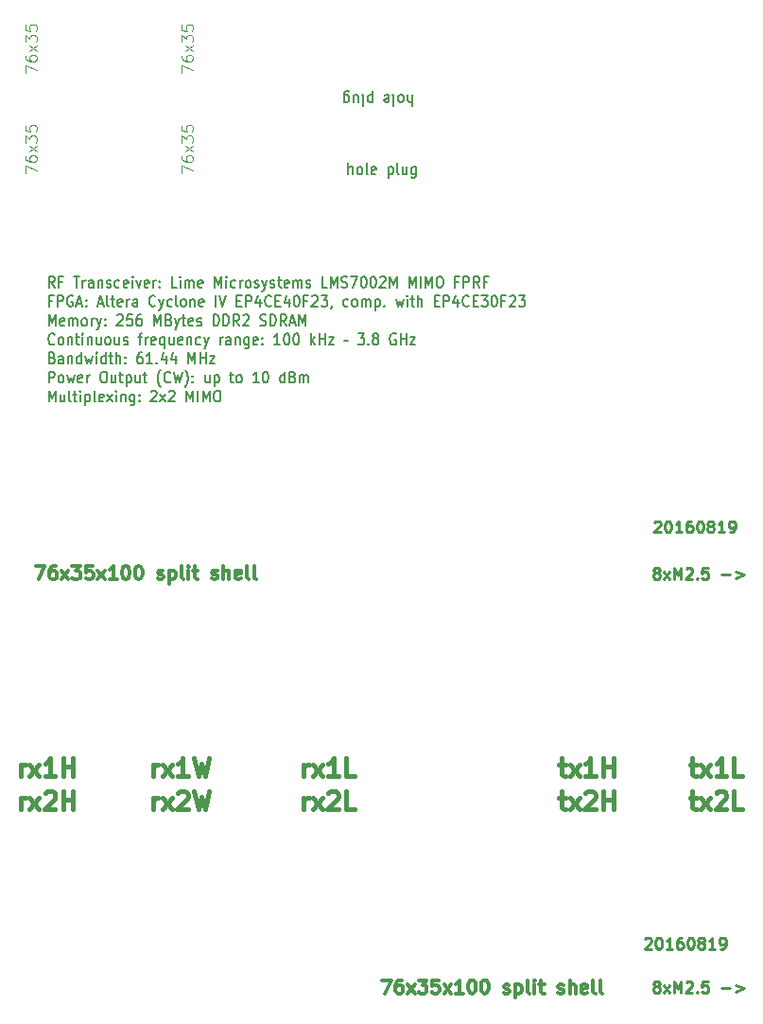
<source format=gto>
%MOIN*%
%OFA0B0*%
%FSLAX46Y46*%
%IPPOS*%
%LPD*%
%ADD10C,0.005905511811023622*%
%ADD11C,0.00984251968503937*%
%ADD12C,0.011811023622047244*%
%ADD13C,0.015748031496062995*%
%ADD14C,0.027559055118110236*%
%ADD15C,0.053149606299212608*%
%ADD16C,0.11811023622047245*%
%ADD17C,0.01*%
%ADD28C,0.005905511811023622*%
%ADD29C,0.00984251968503937*%
%ADD30C,0.0078740157480314977*%
%ADD31C,0.011811023622047244*%
%ADD32C,0.027559055118110236*%
%ADD33C,0.053149606299212608*%
%ADD34C,0.11811023622047245*%
%ADD35C,0.01*%
%ADD46C,0.005905511811023622*%
%ADD47C,0.0039370078740157488*%
%ADD48C,0.21653543307086615*%
%ADD49C,0.01*%
%ADD60C,0.005905511811023622*%
%ADD61C,0.0039370078740157488*%
%ADD62C,0.21653543307086615*%
%ADD63C,0.01*%
%ADD74C,0.005905511811023622*%
%ADD75C,0.0039370078740157488*%
%ADD76C,0.21653543307086615*%
%ADD77C,0.01*%
%ADD88C,0.005905511811023622*%
%ADD89C,0.0039370078740157488*%
%ADD90C,0.21653543307086615*%
%ADD91C,0.01*%
%ADD102C,0.005905511811023622*%
%ADD103C,0.0078740157480314977*%
%ADD104C,0.01*%
%ADD115C,0.005905511811023622*%
%ADD116C,0.0078740157480314977*%
%ADD117C,0.01*%
%LPD*%
G01G01G01G01G01G01G01G01*
D10*
D11*
X0002430432Y0000302849D02*
X0002432306Y0000304724D01*
X0002436056Y0000306599D01*
X0002445430Y0000306599D01*
X0002449179Y0000304724D01*
X0002451054Y0000302849D01*
X0002452929Y0000299100D01*
X0002452929Y0000295350D01*
X0002451054Y0000289726D01*
X0002428557Y0000267229D01*
X0002452929Y0000267229D01*
X0002477301Y0000306599D02*
X0002481050Y0000306599D01*
X0002484800Y0000304724D01*
X0002486675Y0000302849D01*
X0002488549Y0000299100D01*
X0002490424Y0000291601D01*
X0002490424Y0000282227D01*
X0002488549Y0000274728D01*
X0002486675Y0000270978D01*
X0002484800Y0000269103D01*
X0002481050Y0000267229D01*
X0002477301Y0000267229D01*
X0002473551Y0000269103D01*
X0002471676Y0000270978D01*
X0002469802Y0000274728D01*
X0002467927Y0000282227D01*
X0002467927Y0000291601D01*
X0002469802Y0000299100D01*
X0002471676Y0000302849D01*
X0002473551Y0000304724D01*
X0002477301Y0000306599D01*
X0002527919Y0000267229D02*
X0002505422Y0000267229D01*
X0002516671Y0000267229D02*
X0002516671Y0000306599D01*
X0002512921Y0000300974D01*
X0002509172Y0000297225D01*
X0002505422Y0000295350D01*
X0002561664Y0000306599D02*
X0002554166Y0000306599D01*
X0002550417Y0000304724D01*
X0002548542Y0000302849D01*
X0002544792Y0000297225D01*
X0002542918Y0000289726D01*
X0002542918Y0000274728D01*
X0002544792Y0000270978D01*
X0002546667Y0000269103D01*
X0002550417Y0000267229D01*
X0002557916Y0000267229D01*
X0002561664Y0000269103D01*
X0002563540Y0000270978D01*
X0002565415Y0000274728D01*
X0002565415Y0000284101D01*
X0002563540Y0000287851D01*
X0002561664Y0000289726D01*
X0002557916Y0000291601D01*
X0002550417Y0000291601D01*
X0002546667Y0000289726D01*
X0002544792Y0000287851D01*
X0002542918Y0000284101D01*
X0002589787Y0000306599D02*
X0002593536Y0000306599D01*
X0002597285Y0000304724D01*
X0002599161Y0000302849D01*
X0002601035Y0000299100D01*
X0002602910Y0000291601D01*
X0002602910Y0000282227D01*
X0002601035Y0000274728D01*
X0002599161Y0000270978D01*
X0002597285Y0000269103D01*
X0002593536Y0000267229D01*
X0002589787Y0000267229D01*
X0002586036Y0000269103D01*
X0002584162Y0000270978D01*
X0002582288Y0000274728D01*
X0002580413Y0000282227D01*
X0002580413Y0000291601D01*
X0002582288Y0000299100D01*
X0002584162Y0000302849D01*
X0002586036Y0000304724D01*
X0002589787Y0000306599D01*
X0002625407Y0000289726D02*
X0002621657Y0000291601D01*
X0002619783Y0000293475D01*
X0002617908Y0000297225D01*
X0002617908Y0000299100D01*
X0002619783Y0000302849D01*
X0002621657Y0000304724D01*
X0002625407Y0000306599D01*
X0002632906Y0000306599D01*
X0002636656Y0000304724D01*
X0002638531Y0000302849D01*
X0002640405Y0000299100D01*
X0002640405Y0000297225D01*
X0002638531Y0000293475D01*
X0002636656Y0000291601D01*
X0002632906Y0000289726D01*
X0002625407Y0000289726D01*
X0002621657Y0000287851D01*
X0002619783Y0000285976D01*
X0002617908Y0000282227D01*
X0002617908Y0000274728D01*
X0002619783Y0000270978D01*
X0002621657Y0000269103D01*
X0002625407Y0000267229D01*
X0002632906Y0000267229D01*
X0002636656Y0000269103D01*
X0002638531Y0000270978D01*
X0002640405Y0000274728D01*
X0002640405Y0000282227D01*
X0002638531Y0000285976D01*
X0002636656Y0000287851D01*
X0002632906Y0000289726D01*
X0002677901Y0000267229D02*
X0002655403Y0000267229D01*
X0002666652Y0000267229D02*
X0002666652Y0000306599D01*
X0002662903Y0000300974D01*
X0002659153Y0000297225D01*
X0002655403Y0000295350D01*
X0002696647Y0000267229D02*
X0002704147Y0000267229D01*
X0002707897Y0000269103D01*
X0002709772Y0000270978D01*
X0002713521Y0000276602D01*
X0002715396Y0000284101D01*
X0002715396Y0000299100D01*
X0002713521Y0000302849D01*
X0002711646Y0000304724D01*
X0002707897Y0000306599D01*
X0002700397Y0000306599D01*
X0002696647Y0000304724D01*
X0002694774Y0000302849D01*
X0002692899Y0000299100D01*
X0002692899Y0000289726D01*
X0002694774Y0000285976D01*
X0002696647Y0000284101D01*
X0002700397Y0000282227D01*
X0002707897Y0000282227D01*
X0002711646Y0000284101D01*
X0002713521Y0000285976D01*
X0002715396Y0000289726D01*
X0002468246Y0000136182D02*
X0002464496Y0000138057D01*
X0002462621Y0000139932D01*
X0002460747Y0000143682D01*
X0002460747Y0000145556D01*
X0002462621Y0000149306D01*
X0002464496Y0000151181D01*
X0002468246Y0000153055D01*
X0002475745Y0000153055D01*
X0002479494Y0000151181D01*
X0002481369Y0000149306D01*
X0002483244Y0000145556D01*
X0002483244Y0000143682D01*
X0002481369Y0000139932D01*
X0002479494Y0000138057D01*
X0002475745Y0000136182D01*
X0002468246Y0000136182D01*
X0002464496Y0000134308D01*
X0002462621Y0000132433D01*
X0002460747Y0000128681D01*
X0002460747Y0000121184D01*
X0002462621Y0000117435D01*
X0002464496Y0000115560D01*
X0002468246Y0000113685D01*
X0002475745Y0000113685D01*
X0002479494Y0000115560D01*
X0002481369Y0000117435D01*
X0002483244Y0000121184D01*
X0002483244Y0000128681D01*
X0002481369Y0000132433D01*
X0002479494Y0000134308D01*
X0002475745Y0000136182D01*
X0002496367Y0000113685D02*
X0002516990Y0000139932D01*
X0002496367Y0000139932D02*
X0002516990Y0000113685D01*
X0002531988Y0000113685D02*
X0002531988Y0000153055D01*
X0002545111Y0000124934D01*
X0002558234Y0000153055D01*
X0002558234Y0000113685D01*
X0002575107Y0000149306D02*
X0002576982Y0000151181D01*
X0002580732Y0000153055D01*
X0002590105Y0000153055D01*
X0002593855Y0000151181D01*
X0002595730Y0000149306D01*
X0002597604Y0000145556D01*
X0002597604Y0000141807D01*
X0002595730Y0000136182D01*
X0002573233Y0000113685D01*
X0002597604Y0000113685D01*
X0002614477Y0000117435D02*
X0002616352Y0000115560D01*
X0002614477Y0000113685D01*
X0002612603Y0000115560D01*
X0002614477Y0000117435D01*
X0002614477Y0000113685D01*
X0002651973Y0000153055D02*
X0002633224Y0000153055D01*
X0002631350Y0000134308D01*
X0002633224Y0000136182D01*
X0002636975Y0000138057D01*
X0002646348Y0000138057D01*
X0002650098Y0000136182D01*
X0002651973Y0000134308D01*
X0002653847Y0000130558D01*
X0002653847Y0000121184D01*
X0002651973Y0000117435D01*
X0002650098Y0000115560D01*
X0002646348Y0000113685D01*
X0002636975Y0000113685D01*
X0002633224Y0000115560D01*
X0002631350Y0000117435D01*
X0002700717Y0000128681D02*
X0002730712Y0000128681D01*
X0002749460Y0000139932D02*
X0002779457Y0000128681D01*
X0002749460Y0000117435D01*
D12*
X0001503655Y0000157761D02*
X0001535151Y0000157761D01*
X0001514904Y0000110517D01*
X0001573397Y0000157761D02*
X0001564398Y0000157761D01*
X0001559896Y0000155511D01*
X0001557649Y0000153262D01*
X0001553149Y0000146512D01*
X0001550899Y0000137514D01*
X0001550899Y0000119515D01*
X0001553149Y0000115016D01*
X0001555399Y0000112767D01*
X0001559896Y0000110517D01*
X0001568897Y0000110517D01*
X0001573397Y0000112767D01*
X0001575646Y0000115016D01*
X0001577896Y0000119515D01*
X0001577896Y0000130762D01*
X0001575646Y0000135264D01*
X0001573397Y0000137514D01*
X0001568897Y0000139763D01*
X0001559896Y0000139763D01*
X0001555399Y0000137514D01*
X0001553149Y0000135264D01*
X0001550899Y0000130762D01*
X0001593644Y0000110517D02*
X0001618391Y0000142013D01*
X0001593644Y0000142013D02*
X0001618391Y0000110517D01*
X0001631889Y0000157761D02*
X0001661136Y0000157761D01*
X0001645388Y0000139763D01*
X0001652137Y0000139763D01*
X0001656635Y0000137514D01*
X0001658886Y0000135264D01*
X0001661136Y0000130762D01*
X0001661136Y0000119515D01*
X0001658886Y0000115016D01*
X0001656635Y0000112767D01*
X0001652137Y0000110517D01*
X0001638638Y0000110517D01*
X0001634139Y0000112767D01*
X0001631889Y0000115016D01*
X0001703880Y0000157761D02*
X0001681383Y0000157761D01*
X0001679133Y0000135264D01*
X0001681383Y0000137514D01*
X0001685882Y0000139763D01*
X0001697131Y0000139763D01*
X0001701631Y0000137514D01*
X0001703880Y0000135264D01*
X0001706130Y0000130762D01*
X0001706130Y0000119515D01*
X0001703880Y0000115016D01*
X0001701631Y0000112767D01*
X0001697131Y0000110517D01*
X0001685882Y0000110517D01*
X0001681383Y0000112767D01*
X0001679133Y0000115016D01*
X0001721878Y0000110517D02*
X0001746625Y0000142013D01*
X0001721878Y0000142013D02*
X0001746625Y0000110517D01*
X0001789370Y0000110517D02*
X0001762373Y0000110517D01*
X0001775871Y0000110517D02*
X0001775871Y0000157761D01*
X0001771372Y0000151012D01*
X0001766872Y0000146512D01*
X0001762373Y0000144263D01*
X0001818616Y0000157761D02*
X0001823114Y0000157761D01*
X0001827615Y0000155511D01*
X0001829865Y0000153262D01*
X0001832114Y0000148762D01*
X0001834363Y0000139763D01*
X0001834363Y0000128513D01*
X0001832114Y0000119515D01*
X0001829865Y0000115016D01*
X0001827615Y0000112767D01*
X0001823114Y0000110517D01*
X0001818616Y0000110517D01*
X0001814116Y0000112767D01*
X0001811865Y0000115016D01*
X0001809617Y0000119515D01*
X0001807367Y0000128513D01*
X0001807367Y0000139763D01*
X0001809617Y0000148762D01*
X0001811865Y0000153262D01*
X0001814116Y0000155511D01*
X0001818616Y0000157761D01*
X0001863610Y0000157761D02*
X0001868110Y0000157761D01*
X0001872609Y0000155511D01*
X0001874859Y0000153262D01*
X0001877109Y0000148762D01*
X0001879358Y0000139763D01*
X0001879358Y0000128513D01*
X0001877109Y0000119515D01*
X0001874859Y0000115016D01*
X0001872609Y0000112767D01*
X0001868110Y0000110517D01*
X0001863610Y0000110517D01*
X0001859111Y0000112767D01*
X0001856861Y0000115016D01*
X0001854611Y0000119515D01*
X0001852362Y0000128513D01*
X0001852362Y0000139763D01*
X0001854611Y0000148762D01*
X0001856861Y0000153262D01*
X0001859111Y0000155511D01*
X0001863610Y0000157761D01*
X0001933352Y0000112767D02*
X0001937851Y0000110517D01*
X0001946850Y0000110517D01*
X0001951347Y0000112767D01*
X0001953599Y0000117266D01*
X0001953599Y0000119515D01*
X0001951347Y0000124015D01*
X0001946850Y0000126263D01*
X0001940101Y0000126263D01*
X0001935601Y0000128513D01*
X0001933352Y0000133014D01*
X0001933352Y0000135264D01*
X0001935601Y0000139763D01*
X0001940101Y0000142013D01*
X0001946850Y0000142013D01*
X0001951347Y0000139763D01*
X0001973847Y0000142013D02*
X0001973847Y0000094769D01*
X0001973847Y0000139763D02*
X0001978345Y0000142013D01*
X0001987345Y0000142013D01*
X0001991844Y0000139763D01*
X0001994094Y0000137514D01*
X0001996344Y0000133014D01*
X0001996344Y0000119515D01*
X0001994094Y0000115016D01*
X0001991844Y0000112767D01*
X0001987345Y0000110517D01*
X0001978345Y0000110517D01*
X0001973847Y0000112767D01*
X0002023340Y0000110517D02*
X0002018841Y0000112767D01*
X0002016591Y0000117266D01*
X0002016591Y0000157761D01*
X0002041338Y0000110517D02*
X0002041338Y0000142013D01*
X0002041338Y0000157761D02*
X0002039088Y0000155511D01*
X0002041338Y0000153262D01*
X0002043588Y0000155511D01*
X0002041338Y0000157761D01*
X0002041338Y0000153262D01*
X0002057086Y0000142013D02*
X0002075084Y0000142013D01*
X0002063835Y0000157761D02*
X0002063835Y0000117266D01*
X0002066085Y0000112767D01*
X0002070584Y0000110517D01*
X0002075084Y0000110517D01*
X0002124578Y0000112767D02*
X0002129077Y0000110517D01*
X0002138076Y0000110517D01*
X0002142575Y0000112767D01*
X0002144825Y0000117266D01*
X0002144825Y0000119515D01*
X0002142575Y0000124015D01*
X0002138076Y0000126263D01*
X0002131327Y0000126263D01*
X0002126827Y0000128513D01*
X0002124578Y0000133014D01*
X0002124578Y0000135264D01*
X0002126827Y0000139763D01*
X0002131327Y0000142013D01*
X0002138076Y0000142013D01*
X0002142575Y0000139763D01*
X0002165073Y0000110517D02*
X0002165073Y0000157761D01*
X0002185320Y0000110517D02*
X0002185320Y0000135264D01*
X0002183070Y0000139763D01*
X0002178571Y0000142013D01*
X0002171822Y0000142013D01*
X0002167322Y0000139763D01*
X0002165073Y0000137514D01*
X0002225815Y0000112767D02*
X0002221316Y0000110517D01*
X0002212317Y0000110517D01*
X0002207817Y0000112767D01*
X0002205568Y0000117266D01*
X0002205568Y0000135264D01*
X0002207817Y0000139763D01*
X0002212317Y0000142013D01*
X0002221316Y0000142013D01*
X0002225815Y0000139763D01*
X0002228065Y0000135264D01*
X0002228065Y0000130762D01*
X0002205568Y0000126263D01*
X0002255061Y0000110517D02*
X0002250562Y0000112767D01*
X0002248312Y0000117266D01*
X0002248312Y0000157761D01*
X0002279808Y0000110517D02*
X0002275309Y0000112767D01*
X0002273059Y0000117266D01*
X0002273059Y0000157761D01*
D13*
X0002588901Y0000800899D02*
X0002612898Y0000800899D01*
X0002597900Y0000821897D02*
X0002597900Y0000767904D01*
X0002600899Y0000761904D01*
X0002606899Y0000758905D01*
X0002612898Y0000758905D01*
X0002627896Y0000758905D02*
X0002660892Y0000800899D01*
X0002627896Y0000800899D02*
X0002660892Y0000758905D01*
X0002681889Y0000815898D02*
X0002684889Y0000818897D01*
X0002690888Y0000821897D01*
X0002705886Y0000821897D01*
X0002711885Y0000818897D01*
X0002714885Y0000815898D01*
X0002717885Y0000809898D01*
X0002717885Y0000803899D01*
X0002714885Y0000794900D01*
X0002678889Y0000758905D01*
X0002717885Y0000758905D01*
X0002774878Y0000758905D02*
X0002744881Y0000758905D01*
X0002744881Y0000821897D01*
X0002127071Y0000800899D02*
X0002151068Y0000800899D01*
X0002136070Y0000821897D02*
X0002136070Y0000767904D01*
X0002139070Y0000761904D01*
X0002145069Y0000758905D01*
X0002151068Y0000758905D01*
X0002166066Y0000758905D02*
X0002199062Y0000800899D01*
X0002166066Y0000800899D02*
X0002199062Y0000758905D01*
X0002220059Y0000815898D02*
X0002223059Y0000818897D01*
X0002229058Y0000821897D01*
X0002244056Y0000821897D01*
X0002250056Y0000818897D01*
X0002253055Y0000815898D01*
X0002256055Y0000809898D01*
X0002256055Y0000803899D01*
X0002253055Y0000794900D01*
X0002217060Y0000758905D01*
X0002256055Y0000758905D01*
X0002283052Y0000758905D02*
X0002283052Y0000821897D01*
X0002283052Y0000791900D02*
X0002319047Y0000791900D01*
X0002319047Y0000758905D02*
X0002319047Y0000821897D01*
X0001227502Y0000758905D02*
X0001227502Y0000800899D01*
X0001227502Y0000788900D02*
X0001230502Y0000794900D01*
X0001233502Y0000797900D01*
X0001239501Y0000800899D01*
X0001245500Y0000800899D01*
X0001260498Y0000758905D02*
X0001293494Y0000800899D01*
X0001260498Y0000800899D02*
X0001293494Y0000758905D01*
X0001314491Y0000815898D02*
X0001317490Y0000818897D01*
X0001323490Y0000821897D01*
X0001338487Y0000821897D01*
X0001344487Y0000818897D01*
X0001347487Y0000815898D01*
X0001350487Y0000809898D01*
X0001350487Y0000803899D01*
X0001347487Y0000794900D01*
X0001311492Y0000758905D01*
X0001350487Y0000758905D01*
X0001407480Y0000758905D02*
X0001377484Y0000758905D01*
X0001377484Y0000821897D01*
X0000696137Y0000758905D02*
X0000696137Y0000800899D01*
X0000696137Y0000788900D02*
X0000699137Y0000794900D01*
X0000702137Y0000797900D01*
X0000708136Y0000800899D01*
X0000714135Y0000800899D01*
X0000729133Y0000758905D02*
X0000762129Y0000800899D01*
X0000729133Y0000800899D02*
X0000762129Y0000758905D01*
X0000783127Y0000815898D02*
X0000786126Y0000818897D01*
X0000792124Y0000821897D01*
X0000807124Y0000821897D01*
X0000813123Y0000818897D01*
X0000816122Y0000815898D01*
X0000819122Y0000809898D01*
X0000819122Y0000803899D01*
X0000816122Y0000794900D01*
X0000780127Y0000758905D01*
X0000819122Y0000758905D01*
X0000840119Y0000821897D02*
X0000855118Y0000758905D01*
X0000867116Y0000803899D01*
X0000879115Y0000758905D01*
X0000894113Y0000821897D01*
X0000228665Y0000758905D02*
X0000228665Y0000800899D01*
X0000228665Y0000788900D02*
X0000231664Y0000794900D01*
X0000234664Y0000797900D01*
X0000240663Y0000800899D01*
X0000246662Y0000800899D01*
X0000261660Y0000758905D02*
X0000294656Y0000800899D01*
X0000261660Y0000800899D02*
X0000294656Y0000758905D01*
X0000315654Y0000815898D02*
X0000318653Y0000818897D01*
X0000324653Y0000821897D01*
X0000339651Y0000821897D01*
X0000345650Y0000818897D01*
X0000348650Y0000815898D01*
X0000351649Y0000809898D01*
X0000351649Y0000803899D01*
X0000348650Y0000794900D01*
X0000312654Y0000758905D01*
X0000351649Y0000758905D01*
X0000378645Y0000758905D02*
X0000378645Y0000821897D01*
X0000378645Y0000791900D02*
X0000414641Y0000791900D01*
X0000414641Y0000758905D02*
X0000414641Y0000821897D01*
X0000228665Y0000875046D02*
X0000228665Y0000917040D01*
X0000228665Y0000905043D02*
X0000231664Y0000911042D01*
X0000234664Y0000914042D01*
X0000240663Y0000917040D01*
X0000246662Y0000917040D01*
X0000261660Y0000875046D02*
X0000294656Y0000917040D01*
X0000261660Y0000917040D02*
X0000294656Y0000875046D01*
X0000351649Y0000875046D02*
X0000315654Y0000875046D01*
X0000333652Y0000875046D02*
X0000333652Y0000938039D01*
X0000327652Y0000929040D01*
X0000321653Y0000923040D01*
X0000315654Y0000920041D01*
X0000378645Y0000875046D02*
X0000378645Y0000938039D01*
X0000378645Y0000908042D02*
X0000414641Y0000908042D01*
X0000414641Y0000875046D02*
X0000414641Y0000938039D01*
X0000696137Y0000875046D02*
X0000696137Y0000917040D01*
X0000696137Y0000905043D02*
X0000699137Y0000911042D01*
X0000702137Y0000914042D01*
X0000708136Y0000917040D01*
X0000714135Y0000917040D01*
X0000729133Y0000875046D02*
X0000762129Y0000917040D01*
X0000729133Y0000917040D02*
X0000762129Y0000875046D01*
X0000819122Y0000875046D02*
X0000783127Y0000875046D01*
X0000801124Y0000875046D02*
X0000801124Y0000938039D01*
X0000795124Y0000929040D01*
X0000789126Y0000923040D01*
X0000783127Y0000920041D01*
X0000840119Y0000938039D02*
X0000855118Y0000875046D01*
X0000867116Y0000920041D01*
X0000879115Y0000875046D01*
X0000894113Y0000938039D01*
X0001227502Y0000875046D02*
X0001227502Y0000917040D01*
X0001227502Y0000905043D02*
X0001230502Y0000911042D01*
X0001233502Y0000914042D01*
X0001239501Y0000917040D01*
X0001245500Y0000917040D01*
X0001260498Y0000875046D02*
X0001293494Y0000917040D01*
X0001260498Y0000917040D02*
X0001293494Y0000875046D01*
X0001350487Y0000875046D02*
X0001314491Y0000875046D01*
X0001332489Y0000875046D02*
X0001332489Y0000938039D01*
X0001326490Y0000929040D01*
X0001320491Y0000923040D01*
X0001314491Y0000920041D01*
X0001407480Y0000875046D02*
X0001377484Y0000875046D01*
X0001377484Y0000938039D01*
X0002127071Y0000917040D02*
X0002151068Y0000917040D01*
X0002136070Y0000938039D02*
X0002136070Y0000884045D01*
X0002139070Y0000878046D01*
X0002145069Y0000875046D01*
X0002151068Y0000875046D01*
X0002166066Y0000875046D02*
X0002199062Y0000917040D01*
X0002166066Y0000917040D02*
X0002199062Y0000875046D01*
X0002256055Y0000875046D02*
X0002220059Y0000875046D01*
X0002238057Y0000875046D02*
X0002238057Y0000938039D01*
X0002232058Y0000929040D01*
X0002226059Y0000923040D01*
X0002220059Y0000920041D01*
X0002283052Y0000875046D02*
X0002283052Y0000938039D01*
X0002283052Y0000908042D02*
X0002319047Y0000908042D01*
X0002319047Y0000875046D02*
X0002319047Y0000938039D01*
X0002588901Y0000917040D02*
X0002612898Y0000917040D01*
X0002597900Y0000938039D02*
X0002597900Y0000884045D01*
X0002600899Y0000878046D01*
X0002606899Y0000875046D01*
X0002612898Y0000875046D01*
X0002627896Y0000875046D02*
X0002660892Y0000917040D01*
X0002627896Y0000917040D02*
X0002660892Y0000875046D01*
X0002717885Y0000875046D02*
X0002681889Y0000875046D01*
X0002699887Y0000875046D02*
X0002699887Y0000938039D01*
X0002693888Y0000929040D01*
X0002687888Y0000923040D01*
X0002681889Y0000920041D01*
X0002774878Y0000875046D02*
X0002744881Y0000875046D01*
X0002744881Y0000938039D01*
%LPC*%
D14*
X0002666141Y0000643699D02*
X0002666141Y0000487401D01*
D15*
X0002701967Y0000565748D02*
G75*
G03G03G03G03X0002701967Y0000565748I-0000150787D01X0002701967Y0000565748I-0000150787D01X0002701967Y0000565748I-0000150787D01G03G03X0002701967Y0000565748I-0000150787D01G03G03X0002701967Y0000565748I-0000150787D01X0002701967Y0000565748I-0000150787D01X0002701967Y0000565748I-0000150787D01X0002701967Y0000565748I-0000150787D01*
G01G01G01G01G01G01G01G01*
D16*
X0002655905Y0000565748D02*
G75*
G03G03G03G03X0002655905Y0000565748I-0000104724D01X0002655905Y0000565748I-0000104724D01X0002655905Y0000565748I-0000104724D01G03G03X0002655905Y0000565748I-0000104724D01G03G03X0002655905Y0000565748I-0000104724D01X0002655905Y0000565748I-0000104724D01X0002655905Y0000565748I-0000104724D01X0002655905Y0000565748I-0000104724D01*
G01G01G01G01G01G01G01G01*
D14*
X0002154330Y0000643699D02*
X0002154330Y0000487401D01*
D15*
X0002190157Y0000565748D02*
G75*
G03G03G03G03X0002190157Y0000565748I-0000150787D01X0002190157Y0000565748I-0000150787D01X0002190157Y0000565748I-0000150787D01G03G03X0002190157Y0000565748I-0000150787D01G03G03X0002190157Y0000565748I-0000150787D01X0002190157Y0000565748I-0000150787D01X0002190157Y0000565748I-0000150787D01X0002190157Y0000565748I-0000150787D01*
G01G01G01G01G01G01G01G01*
D16*
X0002144094Y0000565748D02*
G75*
G03G03G03G03X0002144094Y0000565748I-0000104724D01X0002144094Y0000565748I-0000104724D01X0002144094Y0000565748I-0000104724D01G03G03X0002144094Y0000565748I-0000104724D01G03G03X0002144094Y0000565748I-0000104724D01X0002144094Y0000565748I-0000104724D01X0002144094Y0000565748I-0000104724D01X0002144094Y0000565748I-0000104724D01*
G01G01G01G01G01G01G01G01*
D14*
X0002666141Y0001194881D02*
X0002666141Y0001038581D01*
D15*
X0002701967Y0001116929D02*
G75*
G03G03G03G03X0002701967Y0001116929I-0000150787D01X0002701967Y0001116929I-0000150787D01X0002701967Y0001116929I-0000150787D01G03G03X0002701967Y0001116929I-0000150787D01G03G03X0002701967Y0001116929I-0000150787D01X0002701967Y0001116929I-0000150787D01X0002701967Y0001116929I-0000150787D01X0002701967Y0001116929I-0000150787D01*
G01G01G01G01G01G01G01G01*
D16*
X0002655905Y0001116929D02*
G75*
G03G03G03G03X0002655905Y0001116929I-0000104724D01X0002655905Y0001116929I-0000104724D01X0002655905Y0001116929I-0000104724D01G03G03X0002655905Y0001116929I-0000104724D01G03G03X0002655905Y0001116929I-0000104724D01X0002655905Y0001116929I-0000104724D01X0002655905Y0001116929I-0000104724D01X0002655905Y0001116929I-0000104724D01*
G01G01G01G01G01G01G01G01*
D14*
X0002154330Y0001194881D02*
X0002154330Y0001038581D01*
D15*
X0002190157Y0001116929D02*
G75*
G03G03G03G03X0002190157Y0001116929I-0000150787D01X0002190157Y0001116929I-0000150787D01X0002190157Y0001116929I-0000150787D01G03G03X0002190157Y0001116929I-0000150787D01G03G03X0002190157Y0001116929I-0000150787D01X0002190157Y0001116929I-0000150787D01X0002190157Y0001116929I-0000150787D01X0002190157Y0001116929I-0000150787D01*
G01G01G01G01G01G01G01G01*
D16*
X0002144094Y0001116929D02*
G75*
G03G03G03G03X0002144094Y0001116929I-0000104724D01X0002144094Y0001116929I-0000104724D01X0002144094Y0001116929I-0000104724D01G03G03X0002144094Y0001116929I-0000104724D01G03G03X0002144094Y0001116929I-0000104724D01X0002144094Y0001116929I-0000104724D01X0002144094Y0001116929I-0000104724D01X0002144094Y0001116929I-0000104724D01*
G01G01G01G01G01G01G01G01*
D14*
X0001603149Y0000643699D02*
X0001603149Y0000487401D01*
D15*
X0001638976Y0000565748D02*
G75*
G03G03G03G03X0001638976Y0000565748I-0000150787D01X0001638976Y0000565748I-0000150787D01X0001638976Y0000565748I-0000150787D01G03G03X0001638976Y0000565748I-0000150787D01G03G03X0001638976Y0000565748I-0000150787D01X0001638976Y0000565748I-0000150787D01X0001638976Y0000565748I-0000150787D01X0001638976Y0000565748I-0000150787D01*
G01G01G01G01G01G01G01G01*
D16*
X0001592913Y0000565748D02*
G75*
G03G03G03G03X0001592913Y0000565748I-0000104724D01X0001592913Y0000565748I-0000104724D01X0001592913Y0000565748I-0000104724D01G03G03X0001592913Y0000565748I-0000104724D01G03G03X0001592913Y0000565748I-0000104724D01X0001592913Y0000565748I-0000104724D01X0001592913Y0000565748I-0000104724D01X0001592913Y0000565748I-0000104724D01*
G01G01G01G01G01G01G01G01*
D14*
X0001091338Y0000643699D02*
X0001091338Y0000487401D01*
D15*
X0001127165Y0000565748D02*
G75*
G03G03G03G03X0001127165Y0000565748I-0000150787D01X0001127165Y0000565748I-0000150787D01X0001127165Y0000565748I-0000150787D01G03G03X0001127165Y0000565748I-0000150787D01G03G03X0001127165Y0000565748I-0000150787D01X0001127165Y0000565748I-0000150787D01X0001127165Y0000565748I-0000150787D01X0001127165Y0000565748I-0000150787D01*
G01G01G01G01G01G01G01G01*
D16*
X0001081102Y0000565748D02*
G75*
G03G03G03G03X0001081102Y0000565748I-0000104724D01X0001081102Y0000565748I-0000104724D01X0001081102Y0000565748I-0000104724D01G03G03X0001081102Y0000565748I-0000104724D01G03G03X0001081102Y0000565748I-0000104724D01X0001081102Y0000565748I-0000104724D01X0001081102Y0000565748I-0000104724D01X0001081102Y0000565748I-0000104724D01*
G01G01G01G01G01G01G01G01*
D14*
X0000579527Y0000643699D02*
X0000579527Y0000487401D01*
D15*
X0000615354Y0000565748D02*
G75*
G03G03G03G03X0000615354Y0000565748I-0000150787D01X0000615354Y0000565748I-0000150787D01X0000615354Y0000565748I-0000150787D01G03G03X0000615354Y0000565748I-0000150787D01G03G03X0000615354Y0000565748I-0000150787D01X0000615354Y0000565748I-0000150787D01X0000615354Y0000565748I-0000150787D01X0000615354Y0000565748I-0000150787D01*
G01G01G01G01G01G01G01G01*
D16*
X0000569291Y0000565748D02*
G75*
G03G03G03G03X0000569291Y0000565748I-0000104724D01X0000569291Y0000565748I-0000104724D01X0000569291Y0000565748I-0000104724D01G03G03X0000569291Y0000565748I-0000104724D01G03G03X0000569291Y0000565748I-0000104724D01X0000569291Y0000565748I-0000104724D01X0000569291Y0000565748I-0000104724D01X0000569291Y0000565748I-0000104724D01*
G01G01G01G01G01G01G01G01*
D14*
X0001603149Y0001194881D02*
X0001603149Y0001038581D01*
D15*
X0001638976Y0001116929D02*
G75*
G03G03G03G03X0001638976Y0001116929I-0000150787D01X0001638976Y0001116929I-0000150787D01X0001638976Y0001116929I-0000150787D01G03G03X0001638976Y0001116929I-0000150787D01G03G03X0001638976Y0001116929I-0000150787D01X0001638976Y0001116929I-0000150787D01X0001638976Y0001116929I-0000150787D01X0001638976Y0001116929I-0000150787D01*
G01G01G01G01G01G01G01G01*
D16*
X0001592913Y0001116929D02*
G75*
G03G03G03G03X0001592913Y0001116929I-0000104724D01X0001592913Y0001116929I-0000104724D01X0001592913Y0001116929I-0000104724D01G03G03X0001592913Y0001116929I-0000104724D01G03G03X0001592913Y0001116929I-0000104724D01X0001592913Y0001116929I-0000104724D01X0001592913Y0001116929I-0000104724D01X0001592913Y0001116929I-0000104724D01*
G01G01G01G01G01G01G01G01*
D14*
X0001091338Y0001194881D02*
X0001091338Y0001038581D01*
D15*
X0001127165Y0001116929D02*
G75*
G03G03G03G03X0001127165Y0001116929I-0000150787D01X0001127165Y0001116929I-0000150787D01X0001127165Y0001116929I-0000150787D01G03G03X0001127165Y0001116929I-0000150787D01G03G03X0001127165Y0001116929I-0000150787D01X0001127165Y0001116929I-0000150787D01X0001127165Y0001116929I-0000150787D01X0001127165Y0001116929I-0000150787D01*
G01G01G01G01G01G01G01G01*
D16*
X0001081102Y0001116929D02*
G75*
G03G03G03G03X0001081102Y0001116929I-0000104724D01X0001081102Y0001116929I-0000104724D01X0001081102Y0001116929I-0000104724D01G03G03X0001081102Y0001116929I-0000104724D01G03G03X0001081102Y0001116929I-0000104724D01X0001081102Y0001116929I-0000104724D01X0001081102Y0001116929I-0000104724D01X0001081102Y0001116929I-0000104724D01*
G01G01G01G01G01G01G01G01*
D14*
X0000579527Y0001194881D02*
X0000579527Y0001038581D01*
D15*
X0000615354Y0001116929D02*
G75*
G03G03G03G03X0000615354Y0001116929I-0000150787D01X0000615354Y0001116929I-0000150787D01X0000615354Y0001116929I-0000150787D01G03G03X0000615354Y0001116929I-0000150787D01G03G03X0000615354Y0001116929I-0000150787D01X0000615354Y0001116929I-0000150787D01X0000615354Y0001116929I-0000150787D01X0000615354Y0001116929I-0000150787D01*
G01G01G01G01G01G01G01G01*
D16*
X0000569291Y0001116929D02*
G75*
G03G03G03G03X0000569291Y0001116929I-0000104724D01X0000569291Y0001116929I-0000104724D01X0000569291Y0001116929I-0000104724D01G03G03X0000569291Y0001116929I-0000104724D01G03G03X0000569291Y0001116929I-0000104724D01X0000569291Y0001116929I-0000104724D01X0000569291Y0001116929I-0000104724D01X0000569291Y0001116929I-0000104724D01*
G01G01G01G01G01G01G01G01*
D17*
G36*
X0002904520Y0001411142D02*
X0002905950Y0001312477D01*
X0000104518Y0001310908D01*
X0000102727Y0001411534D01*
X0002904520Y0001411142D01*
X0002904520Y0001411142D01*
G37*
X0002904520Y0001411142D02*
X0002905950Y0001312477D01*
X0000104518Y0001310908D01*
X0000102727Y0001411534D01*
X0002904520Y0001411142D01*
G36*
X0002896178Y0000079186D02*
X0002896929Y-0000018231D01*
X0000095495Y-0000019800D01*
X0000094385Y0000079578D01*
X0002896178Y0000079186D01*
X0002896178Y0000079186D01*
G37*
X0002896178Y0000079186D02*
X0002896929Y-0000018231D01*
X0000095495Y-0000019800D01*
X0000094385Y0000079578D01*
X0002896178Y0000079186D01*
G36*
X0003057992Y-0000019803D02*
X0002819960Y-0000019803D01*
X0002819960Y0001411141D01*
X0003057992Y0001411141D01*
X0003057992Y-0000019803D01*
X0003057992Y-0000019803D01*
G37*
X0003057992Y-0000019803D02*
X0002819960Y-0000019803D01*
X0002819960Y0001411141D01*
X0003057992Y0001411141D01*
X0003057992Y-0000019803D01*
G36*
X0000203661Y-0000018498D02*
X-0000034370Y-0000018498D01*
X-0000034370Y0001412446D01*
X0000203661Y0001412446D01*
X0000203661Y-0000018498D01*
X0000203661Y-0000018498D01*
G37*
X0000203661Y-0000018498D02*
X-0000034370Y-0000018498D01*
X-0000034370Y0001412446D01*
X0000203661Y0001412446D01*
X0000203661Y-0000018498D01*
G36*
X0002812584Y0000183346D02*
X0000185285Y0000183739D01*
X0000184951Y0000239882D01*
X0002832341Y0000240274D01*
X0002812584Y0000183346D01*
X0002812584Y0000183346D01*
G37*
X0002812584Y0000183346D02*
X0000185285Y0000183739D01*
X0000184951Y0000239882D01*
X0002832341Y0000240274D01*
X0002812584Y0000183346D01*
%LPD*%
G01G01G01G01G01G01G01G01*
D28*
D29*
X0002463502Y0001770566D02*
X0002465377Y0001772440D01*
X0002469127Y0001774314D01*
X0002478501Y0001774314D01*
X0002482250Y0001772440D01*
X0002484125Y0001770566D01*
X0002486000Y0001766816D01*
X0002486000Y0001763066D01*
X0002484125Y0001757442D01*
X0002461628Y0001734945D01*
X0002486000Y0001734945D01*
X0002510372Y0001774314D02*
X0002514121Y0001774314D01*
X0002517871Y0001772440D01*
X0002519745Y0001770566D01*
X0002521620Y0001766816D01*
X0002523495Y0001759317D01*
X0002523495Y0001749943D01*
X0002521620Y0001742444D01*
X0002519745Y0001738695D01*
X0002517871Y0001736819D01*
X0002514121Y0001734945D01*
X0002510372Y0001734945D01*
X0002506622Y0001736819D01*
X0002504747Y0001738695D01*
X0002502873Y0001742444D01*
X0002500998Y0001749943D01*
X0002500998Y0001759317D01*
X0002502873Y0001766816D01*
X0002504747Y0001770566D01*
X0002506622Y0001772440D01*
X0002510372Y0001774314D01*
X0002560990Y0001734945D02*
X0002538493Y0001734945D01*
X0002549742Y0001734945D02*
X0002549742Y0001774314D01*
X0002545992Y0001768691D01*
X0002542243Y0001764941D01*
X0002538493Y0001763066D01*
X0002594736Y0001774314D02*
X0002587237Y0001774314D01*
X0002583487Y0001772440D01*
X0002581613Y0001770566D01*
X0002577863Y0001764941D01*
X0002575988Y0001757442D01*
X0002575988Y0001742444D01*
X0002577863Y0001738695D01*
X0002579738Y0001736819D01*
X0002583487Y0001734945D01*
X0002590987Y0001734945D01*
X0002594736Y0001736819D01*
X0002596611Y0001738695D01*
X0002598485Y0001742444D01*
X0002598485Y0001751818D01*
X0002596611Y0001755568D01*
X0002594736Y0001757442D01*
X0002590987Y0001759317D01*
X0002583487Y0001759317D01*
X0002579738Y0001757442D01*
X0002577863Y0001755568D01*
X0002575988Y0001751818D01*
X0002622857Y0001774314D02*
X0002626607Y0001774314D01*
X0002630357Y0001772440D01*
X0002632231Y0001770566D01*
X0002634106Y0001766816D01*
X0002635981Y0001759317D01*
X0002635981Y0001749943D01*
X0002634106Y0001742444D01*
X0002632231Y0001738695D01*
X0002630357Y0001736819D01*
X0002626607Y0001734945D01*
X0002622857Y0001734945D01*
X0002619108Y0001736819D01*
X0002617233Y0001738695D01*
X0002615359Y0001742444D01*
X0002613484Y0001749943D01*
X0002613484Y0001759317D01*
X0002615359Y0001766816D01*
X0002617233Y0001770566D01*
X0002619108Y0001772440D01*
X0002622857Y0001774314D01*
X0002658478Y0001757442D02*
X0002654729Y0001759317D01*
X0002652854Y0001761191D01*
X0002650979Y0001764941D01*
X0002650979Y0001766816D01*
X0002652854Y0001770566D01*
X0002654729Y0001772440D01*
X0002658478Y0001774314D01*
X0002665977Y0001774314D01*
X0002669727Y0001772440D01*
X0002671601Y0001770566D01*
X0002673475Y0001766816D01*
X0002673475Y0001764941D01*
X0002671601Y0001761191D01*
X0002669727Y0001759317D01*
X0002665977Y0001757442D01*
X0002658478Y0001757442D01*
X0002654729Y0001755568D01*
X0002652854Y0001753693D01*
X0002650979Y0001749943D01*
X0002650979Y0001742444D01*
X0002652854Y0001738695D01*
X0002654729Y0001736819D01*
X0002658478Y0001734945D01*
X0002665977Y0001734945D01*
X0002669727Y0001736819D01*
X0002671601Y0001738695D01*
X0002673475Y0001742444D01*
X0002673475Y0001749943D01*
X0002671601Y0001753693D01*
X0002669727Y0001755568D01*
X0002665977Y0001757442D01*
X0002710972Y0001734945D02*
X0002688474Y0001734945D01*
X0002699723Y0001734945D02*
X0002699723Y0001774314D01*
X0002695973Y0001768691D01*
X0002692224Y0001764941D01*
X0002688474Y0001763066D01*
X0002729719Y0001734945D02*
X0002737218Y0001734945D01*
X0002740968Y0001736819D01*
X0002742843Y0001738695D01*
X0002746591Y0001744319D01*
X0002748467Y0001751818D01*
X0002748467Y0001766816D01*
X0002746591Y0001770566D01*
X0002744717Y0001772440D01*
X0002740968Y0001774314D01*
X0002733469Y0001774314D01*
X0002729719Y0001772440D01*
X0002727844Y0001770566D01*
X0002725970Y0001766816D01*
X0002725970Y0001757442D01*
X0002727844Y0001753693D01*
X0002729719Y0001751818D01*
X0002733469Y0001749943D01*
X0002740968Y0001749943D01*
X0002744717Y0001751818D01*
X0002746591Y0001753693D01*
X0002748467Y0001757442D01*
D30*
X0000348762Y0002596362D02*
X0000336951Y0002615110D01*
X0000328514Y0002596362D02*
X0000328514Y0002635733D01*
X0000342013Y0002635733D01*
X0000345388Y0002633858D01*
X0000347075Y0002631983D01*
X0000348762Y0002628233D01*
X0000348762Y0002622609D01*
X0000347075Y0002618860D01*
X0000345388Y0002616985D01*
X0000342013Y0002615110D01*
X0000328514Y0002615110D01*
X0000375759Y0002616985D02*
X0000363948Y0002616985D01*
X0000363948Y0002596362D02*
X0000363948Y0002635733D01*
X0000380820Y0002635733D01*
X0000416254Y0002635733D02*
X0000436500Y0002635733D01*
X0000426377Y0002596362D02*
X0000426377Y0002635733D01*
X0000448312Y0002596362D02*
X0000448312Y0002622609D01*
X0000448312Y0002615110D02*
X0000450000Y0002618860D01*
X0000451686Y0002620734D01*
X0000455061Y0002622609D01*
X0000458436Y0002622609D01*
X0000485432Y0002596362D02*
X0000485432Y0002616985D01*
X0000483745Y0002620734D01*
X0000480371Y0002622609D01*
X0000473622Y0002622609D01*
X0000470247Y0002620734D01*
X0000485432Y0002598237D02*
X0000482058Y0002596362D01*
X0000473622Y0002596362D01*
X0000470247Y0002598237D01*
X0000468560Y0002601987D01*
X0000468560Y0002605736D01*
X0000470247Y0002609486D01*
X0000473622Y0002611361D01*
X0000482058Y0002611361D01*
X0000485432Y0002613235D01*
X0000502305Y0002622609D02*
X0000502305Y0002596362D01*
X0000502305Y0002618860D02*
X0000503993Y0002620734D01*
X0000507367Y0002622609D01*
X0000512429Y0002622609D01*
X0000515804Y0002620734D01*
X0000517491Y0002616985D01*
X0000517491Y0002596362D01*
X0000532677Y0002598237D02*
X0000536051Y0002596362D01*
X0000542800Y0002596362D01*
X0000546175Y0002598237D01*
X0000547862Y0002601987D01*
X0000547862Y0002603862D01*
X0000546175Y0002607611D01*
X0000542800Y0002609486D01*
X0000537739Y0002609486D01*
X0000534364Y0002611361D01*
X0000532677Y0002615110D01*
X0000532677Y0002616985D01*
X0000534364Y0002620734D01*
X0000537739Y0002622609D01*
X0000542800Y0002622609D01*
X0000546175Y0002620734D01*
X0000578233Y0002598237D02*
X0000574859Y0002596362D01*
X0000568110Y0002596362D01*
X0000564735Y0002598237D01*
X0000563048Y0002600112D01*
X0000561361Y0002603862D01*
X0000561361Y0002615110D01*
X0000563048Y0002618860D01*
X0000564735Y0002620734D01*
X0000568110Y0002622609D01*
X0000574859Y0002622609D01*
X0000578233Y0002620734D01*
X0000606917Y0002598237D02*
X0000603543Y0002596362D01*
X0000596794Y0002596362D01*
X0000593419Y0002598237D01*
X0000591732Y0002601987D01*
X0000591732Y0002616985D01*
X0000593419Y0002620734D01*
X0000596794Y0002622609D01*
X0000603543Y0002622609D01*
X0000606917Y0002620734D01*
X0000608605Y0002616985D01*
X0000608605Y0002613235D01*
X0000591732Y0002609486D01*
X0000623790Y0002596362D02*
X0000623790Y0002622609D01*
X0000623790Y0002635733D02*
X0000622103Y0002633858D01*
X0000623790Y0002631983D01*
X0000625478Y0002633858D01*
X0000623790Y0002635733D01*
X0000623790Y0002631983D01*
X0000637289Y0002622609D02*
X0000645725Y0002596362D01*
X0000654160Y0002622609D01*
X0000681158Y0002598237D02*
X0000677784Y0002596362D01*
X0000671034Y0002596362D01*
X0000667660Y0002598237D01*
X0000665972Y0002601987D01*
X0000665972Y0002616985D01*
X0000667660Y0002620734D01*
X0000671034Y0002622609D01*
X0000677784Y0002622609D01*
X0000681158Y0002620734D01*
X0000682845Y0002616985D01*
X0000682845Y0002613235D01*
X0000665972Y0002609486D01*
X0000698031Y0002596362D02*
X0000698031Y0002622609D01*
X0000698031Y0002615110D02*
X0000699718Y0002618860D01*
X0000701406Y0002620734D01*
X0000704780Y0002622609D01*
X0000708154Y0002622609D01*
X0000719966Y0002600112D02*
X0000721653Y0002598237D01*
X0000719966Y0002596362D01*
X0000718277Y0002598237D01*
X0000719966Y0002600112D01*
X0000719966Y0002596362D01*
X0000719966Y0002620734D02*
X0000721653Y0002618860D01*
X0000719966Y0002616985D01*
X0000718277Y0002618860D01*
X0000719966Y0002620734D01*
X0000719966Y0002616985D01*
X0000780708Y0002596362D02*
X0000763835Y0002596362D01*
X0000763835Y0002635733D01*
X0000792519Y0002596362D02*
X0000792519Y0002622609D01*
X0000792519Y0002635733D02*
X0000790832Y0002633858D01*
X0000792519Y0002631983D01*
X0000794206Y0002633858D01*
X0000792519Y0002635733D01*
X0000792519Y0002631983D01*
X0000809392Y0002596362D02*
X0000809392Y0002622609D01*
X0000809392Y0002618860D02*
X0000811078Y0002620734D01*
X0000814454Y0002622609D01*
X0000819516Y0002622609D01*
X0000822890Y0002620734D01*
X0000824578Y0002616985D01*
X0000824578Y0002596362D01*
X0000824578Y0002616985D02*
X0000826264Y0002620734D01*
X0000829640Y0002622609D01*
X0000834701Y0002622609D01*
X0000838076Y0002620734D01*
X0000839763Y0002616985D01*
X0000839763Y0002596362D01*
X0000870134Y0002598237D02*
X0000866760Y0002596362D01*
X0000860011Y0002596362D01*
X0000856636Y0002598237D01*
X0000854949Y0002601987D01*
X0000854949Y0002616985D01*
X0000856636Y0002620734D01*
X0000860011Y0002622609D01*
X0000866760Y0002622609D01*
X0000870134Y0002620734D01*
X0000871822Y0002616985D01*
X0000871822Y0002613235D01*
X0000854949Y0002609486D01*
X0000914004Y0002596362D02*
X0000914004Y0002635733D01*
X0000925815Y0002607611D01*
X0000937626Y0002635733D01*
X0000937626Y0002596362D01*
X0000954499Y0002596362D02*
X0000954499Y0002622609D01*
X0000954499Y0002635733D02*
X0000952812Y0002633858D01*
X0000954499Y0002631983D01*
X0000956186Y0002633858D01*
X0000954499Y0002635733D01*
X0000954499Y0002631983D01*
X0000986557Y0002598237D02*
X0000983182Y0002596362D01*
X0000976434Y0002596362D01*
X0000973059Y0002598237D01*
X0000971372Y0002600112D01*
X0000969685Y0002603862D01*
X0000969685Y0002615110D01*
X0000971372Y0002618860D01*
X0000973059Y0002620734D01*
X0000976434Y0002622609D01*
X0000983182Y0002622609D01*
X0000986557Y0002620734D01*
X0001001743Y0002596362D02*
X0001001743Y0002622609D01*
X0001001743Y0002615110D02*
X0001003430Y0002618860D01*
X0001005118Y0002620734D01*
X0001008492Y0002622609D01*
X0001011867Y0002622609D01*
X0001028740Y0002596362D02*
X0001025365Y0002598237D01*
X0001023678Y0002600112D01*
X0001021990Y0002603862D01*
X0001021990Y0002615110D01*
X0001023678Y0002618860D01*
X0001025365Y0002620734D01*
X0001028740Y0002622609D01*
X0001033802Y0002622609D01*
X0001037176Y0002620734D01*
X0001038863Y0002618860D01*
X0001040551Y0002615110D01*
X0001040551Y0002603862D01*
X0001038863Y0002600112D01*
X0001037176Y0002598237D01*
X0001033802Y0002596362D01*
X0001028740Y0002596362D01*
X0001054049Y0002598237D02*
X0001057424Y0002596362D01*
X0001064173Y0002596362D01*
X0001067547Y0002598237D01*
X0001069235Y0002601987D01*
X0001069235Y0002603862D01*
X0001067547Y0002607611D01*
X0001064173Y0002609486D01*
X0001059111Y0002609486D01*
X0001055736Y0002611361D01*
X0001054049Y0002615110D01*
X0001054049Y0002616985D01*
X0001055736Y0002620734D01*
X0001059111Y0002622609D01*
X0001064173Y0002622609D01*
X0001067547Y0002620734D01*
X0001081046Y0002622609D02*
X0001089482Y0002596362D01*
X0001097918Y0002622609D02*
X0001089482Y0002596362D01*
X0001086107Y0002586989D01*
X0001084420Y0002585114D01*
X0001081046Y0002583239D01*
X0001109730Y0002598237D02*
X0001113104Y0002596362D01*
X0001119853Y0002596362D01*
X0001123228Y0002598237D01*
X0001124915Y0002601987D01*
X0001124915Y0002603862D01*
X0001123228Y0002607611D01*
X0001119853Y0002609486D01*
X0001114791Y0002609486D01*
X0001111417Y0002611361D01*
X0001109730Y0002615110D01*
X0001109730Y0002616985D01*
X0001111417Y0002620734D01*
X0001114791Y0002622609D01*
X0001119853Y0002622609D01*
X0001123228Y0002620734D01*
X0001135039Y0002622609D02*
X0001148537Y0002622609D01*
X0001140101Y0002635733D02*
X0001140101Y0002601987D01*
X0001141788Y0002598237D01*
X0001145163Y0002596362D01*
X0001148537Y0002596362D01*
X0001173847Y0002598237D02*
X0001170472Y0002596362D01*
X0001163723Y0002596362D01*
X0001160348Y0002598237D01*
X0001158661Y0002601987D01*
X0001158661Y0002616985D01*
X0001160348Y0002620734D01*
X0001163723Y0002622609D01*
X0001170472Y0002622609D01*
X0001173847Y0002620734D01*
X0001175534Y0002616985D01*
X0001175534Y0002613235D01*
X0001158661Y0002609486D01*
X0001190719Y0002596362D02*
X0001190719Y0002622609D01*
X0001190719Y0002618860D02*
X0001192407Y0002620734D01*
X0001195781Y0002622609D01*
X0001200843Y0002622609D01*
X0001204218Y0002620734D01*
X0001205905Y0002616985D01*
X0001205905Y0002596362D01*
X0001205905Y0002616985D02*
X0001207592Y0002620734D01*
X0001210967Y0002622609D01*
X0001216029Y0002622609D01*
X0001219403Y0002620734D01*
X0001221091Y0002616985D01*
X0001221091Y0002596362D01*
X0001236276Y0002598237D02*
X0001239651Y0002596362D01*
X0001246400Y0002596362D01*
X0001249774Y0002598237D01*
X0001251462Y0002601987D01*
X0001251462Y0002603862D01*
X0001249774Y0002607611D01*
X0001246400Y0002609486D01*
X0001241338Y0002609486D01*
X0001237963Y0002611361D01*
X0001236276Y0002615110D01*
X0001236276Y0002616985D01*
X0001237963Y0002620734D01*
X0001241338Y0002622609D01*
X0001246400Y0002622609D01*
X0001249774Y0002620734D01*
X0001310517Y0002596362D02*
X0001293644Y0002596362D01*
X0001293644Y0002635733D01*
X0001322328Y0002596362D02*
X0001322328Y0002635733D01*
X0001334139Y0002607611D01*
X0001345950Y0002635733D01*
X0001345950Y0002596362D01*
X0001361136Y0002598237D02*
X0001366197Y0002596362D01*
X0001374634Y0002596362D01*
X0001378008Y0002598237D01*
X0001379695Y0002600112D01*
X0001381383Y0002603862D01*
X0001381383Y0002607611D01*
X0001379695Y0002611361D01*
X0001378008Y0002613235D01*
X0001374634Y0002615110D01*
X0001367885Y0002616985D01*
X0001364510Y0002618860D01*
X0001362823Y0002620734D01*
X0001361136Y0002624483D01*
X0001361136Y0002628233D01*
X0001362823Y0002631983D01*
X0001364510Y0002633858D01*
X0001367885Y0002635733D01*
X0001376320Y0002635733D01*
X0001381383Y0002633858D01*
X0001393194Y0002635733D02*
X0001416816Y0002635733D01*
X0001401631Y0002596362D01*
X0001437064Y0002635733D02*
X0001440438Y0002635733D01*
X0001443813Y0002633858D01*
X0001445500Y0002631983D01*
X0001447187Y0002628233D01*
X0001448875Y0002620734D01*
X0001448875Y0002611361D01*
X0001447187Y0002603862D01*
X0001445500Y0002600112D01*
X0001443813Y0002598237D01*
X0001440438Y0002596362D01*
X0001437064Y0002596362D01*
X0001433689Y0002598237D01*
X0001432001Y0002600112D01*
X0001430314Y0002603862D01*
X0001428627Y0002611361D01*
X0001428627Y0002620734D01*
X0001430314Y0002628233D01*
X0001432001Y0002631983D01*
X0001433689Y0002633858D01*
X0001437064Y0002635733D01*
X0001470809Y0002635733D02*
X0001474184Y0002635733D01*
X0001477559Y0002633858D01*
X0001479246Y0002631983D01*
X0001480933Y0002628233D01*
X0001482619Y0002620734D01*
X0001482619Y0002611361D01*
X0001480933Y0002603862D01*
X0001479246Y0002600112D01*
X0001477559Y0002598237D01*
X0001474184Y0002596362D01*
X0001470809Y0002596362D01*
X0001467435Y0002598237D01*
X0001465748Y0002600112D01*
X0001464060Y0002603862D01*
X0001462373Y0002611361D01*
X0001462373Y0002620734D01*
X0001464060Y0002628233D01*
X0001465748Y0002631983D01*
X0001467435Y0002633858D01*
X0001470809Y0002635733D01*
X0001496119Y0002631983D02*
X0001497806Y0002633858D01*
X0001501181Y0002635733D01*
X0001509616Y0002635733D01*
X0001512992Y0002633858D01*
X0001514679Y0002631983D01*
X0001516366Y0002628233D01*
X0001516366Y0002624483D01*
X0001514679Y0002618860D01*
X0001494431Y0002596362D01*
X0001516366Y0002596362D01*
X0001531552Y0002596362D02*
X0001531552Y0002635733D01*
X0001543363Y0002607611D01*
X0001555174Y0002635733D01*
X0001555174Y0002596362D01*
X0001599043Y0002596362D02*
X0001599043Y0002635733D01*
X0001610854Y0002607611D01*
X0001622665Y0002635733D01*
X0001622665Y0002596362D01*
X0001639538Y0002596362D02*
X0001639538Y0002635733D01*
X0001656411Y0002596362D02*
X0001656411Y0002635733D01*
X0001668221Y0002607611D01*
X0001680033Y0002635733D01*
X0001680033Y0002596362D01*
X0001703655Y0002635733D02*
X0001710404Y0002635733D01*
X0001713779Y0002633858D01*
X0001717154Y0002630108D01*
X0001718841Y0002622609D01*
X0001718841Y0002609486D01*
X0001717154Y0002601987D01*
X0001713779Y0002598237D01*
X0001710404Y0002596362D01*
X0001703655Y0002596362D01*
X0001700281Y0002598237D01*
X0001696906Y0002601987D01*
X0001695219Y0002609486D01*
X0001695219Y0002622609D01*
X0001696906Y0002630108D01*
X0001700281Y0002633858D01*
X0001703655Y0002635733D01*
X0001772834Y0002616985D02*
X0001761023Y0002616985D01*
X0001761023Y0002596362D02*
X0001761023Y0002635733D01*
X0001777896Y0002635733D01*
X0001791394Y0002596362D02*
X0001791394Y0002635733D01*
X0001804893Y0002635733D01*
X0001808267Y0002633858D01*
X0001809955Y0002631983D01*
X0001811642Y0002628233D01*
X0001811642Y0002622609D01*
X0001809955Y0002618860D01*
X0001808267Y0002616985D01*
X0001804893Y0002615110D01*
X0001791394Y0002615110D01*
X0001847075Y0002596362D02*
X0001835264Y0002615110D01*
X0001826827Y0002596362D02*
X0001826827Y0002635733D01*
X0001840326Y0002635733D01*
X0001843700Y0002633858D01*
X0001845388Y0002631983D01*
X0001847075Y0002628233D01*
X0001847075Y0002622609D01*
X0001845388Y0002618860D01*
X0001843700Y0002616985D01*
X0001840326Y0002615110D01*
X0001826827Y0002615110D01*
X0001874070Y0002616985D02*
X0001862260Y0002616985D01*
X0001862260Y0002596362D02*
X0001862260Y0002635733D01*
X0001879133Y0002635733D01*
X0000340326Y0002550056D02*
X0000328514Y0002550056D01*
X0000328514Y0002529433D02*
X0000328514Y0002568803D01*
X0000345388Y0002568803D01*
X0000358886Y0002529433D02*
X0000358886Y0002568803D01*
X0000372384Y0002568803D01*
X0000375759Y0002566929D01*
X0000377446Y0002565054D01*
X0000379133Y0002561304D01*
X0000379133Y0002555680D01*
X0000377446Y0002551930D01*
X0000375759Y0002550056D01*
X0000372384Y0002548181D01*
X0000358886Y0002548181D01*
X0000412879Y0002566929D02*
X0000409505Y0002568803D01*
X0000404443Y0002568803D01*
X0000399380Y0002566929D01*
X0000396006Y0002563179D01*
X0000394319Y0002559430D01*
X0000392632Y0002551930D01*
X0000392632Y0002546306D01*
X0000394319Y0002538807D01*
X0000396006Y0002535058D01*
X0000399380Y0002531308D01*
X0000404443Y0002529433D01*
X0000407817Y0002529433D01*
X0000412879Y0002531308D01*
X0000414566Y0002533183D01*
X0000414566Y0002546306D01*
X0000407817Y0002546306D01*
X0000428065Y0002540682D02*
X0000444938Y0002540682D01*
X0000424689Y0002529433D02*
X0000436500Y0002568803D01*
X0000448312Y0002529433D01*
X0000460123Y0002533183D02*
X0000461811Y0002531308D01*
X0000460123Y0002529433D01*
X0000458436Y0002531308D01*
X0000460123Y0002533183D01*
X0000460123Y0002529433D01*
X0000460123Y0002553805D02*
X0000461811Y0002551930D01*
X0000460123Y0002550056D01*
X0000458436Y0002551930D01*
X0000460123Y0002553805D01*
X0000460123Y0002550056D01*
X0000502305Y0002540682D02*
X0000519178Y0002540682D01*
X0000498931Y0002529433D02*
X0000510742Y0002568803D01*
X0000522553Y0002529433D01*
X0000539426Y0002529433D02*
X0000536051Y0002531308D01*
X0000534364Y0002535058D01*
X0000534364Y0002568803D01*
X0000547862Y0002555680D02*
X0000561361Y0002555680D01*
X0000552924Y0002568803D02*
X0000552924Y0002535058D01*
X0000554611Y0002531308D01*
X0000557986Y0002529433D01*
X0000561361Y0002529433D01*
X0000586670Y0002531308D02*
X0000583295Y0002529433D01*
X0000576546Y0002529433D01*
X0000573172Y0002531308D01*
X0000571484Y0002535058D01*
X0000571484Y0002550056D01*
X0000573172Y0002553805D01*
X0000576546Y0002555680D01*
X0000583295Y0002555680D01*
X0000586670Y0002553805D01*
X0000588357Y0002550056D01*
X0000588357Y0002546306D01*
X0000571484Y0002542557D01*
X0000603543Y0002529433D02*
X0000603543Y0002555680D01*
X0000603543Y0002548181D02*
X0000605230Y0002551930D01*
X0000606917Y0002553805D01*
X0000610292Y0002555680D01*
X0000613667Y0002555680D01*
X0000640663Y0002529433D02*
X0000640663Y0002550056D01*
X0000638976Y0002553805D01*
X0000635601Y0002555680D01*
X0000628852Y0002555680D01*
X0000625478Y0002553805D01*
X0000640663Y0002531308D02*
X0000637289Y0002529433D01*
X0000628852Y0002529433D01*
X0000625478Y0002531308D01*
X0000623790Y0002535058D01*
X0000623790Y0002538807D01*
X0000625478Y0002542557D01*
X0000628852Y0002544431D01*
X0000637289Y0002544431D01*
X0000640663Y0002546306D01*
X0000704780Y0002533183D02*
X0000703093Y0002531308D01*
X0000698031Y0002529433D01*
X0000694655Y0002529433D01*
X0000689595Y0002531308D01*
X0000686220Y0002535058D01*
X0000684533Y0002538807D01*
X0000682845Y0002546306D01*
X0000682845Y0002551930D01*
X0000684533Y0002559430D01*
X0000686220Y0002563179D01*
X0000689595Y0002566929D01*
X0000694655Y0002568803D01*
X0000698031Y0002568803D01*
X0000703093Y0002566929D01*
X0000704780Y0002565054D01*
X0000716591Y0002555680D02*
X0000725028Y0002529433D01*
X0000733464Y0002555680D02*
X0000725028Y0002529433D01*
X0000721653Y0002520060D01*
X0000719966Y0002518185D01*
X0000716591Y0002516310D01*
X0000762147Y0002531308D02*
X0000758773Y0002529433D01*
X0000752024Y0002529433D01*
X0000748650Y0002531308D01*
X0000746961Y0002533183D01*
X0000745275Y0002536932D01*
X0000745275Y0002548181D01*
X0000746961Y0002551930D01*
X0000748650Y0002553805D01*
X0000752024Y0002555680D01*
X0000758773Y0002555680D01*
X0000762147Y0002553805D01*
X0000782395Y0002529433D02*
X0000779021Y0002531308D01*
X0000777334Y0002535058D01*
X0000777334Y0002568803D01*
X0000800955Y0002529433D02*
X0000797581Y0002531308D01*
X0000795894Y0002533183D01*
X0000794206Y0002536932D01*
X0000794206Y0002548181D01*
X0000795894Y0002551930D01*
X0000797581Y0002553805D01*
X0000800955Y0002555680D01*
X0000806017Y0002555680D01*
X0000809392Y0002553805D01*
X0000811078Y0002551930D01*
X0000812767Y0002548181D01*
X0000812767Y0002536932D01*
X0000811078Y0002533183D01*
X0000809392Y0002531308D01*
X0000806017Y0002529433D01*
X0000800955Y0002529433D01*
X0000827952Y0002555680D02*
X0000827952Y0002529433D01*
X0000827952Y0002551930D02*
X0000829640Y0002553805D01*
X0000833014Y0002555680D01*
X0000838076Y0002555680D01*
X0000841451Y0002553805D01*
X0000843138Y0002550056D01*
X0000843138Y0002529433D01*
X0000873509Y0002531308D02*
X0000870134Y0002529433D01*
X0000863385Y0002529433D01*
X0000860011Y0002531308D01*
X0000858323Y0002535058D01*
X0000858323Y0002550056D01*
X0000860011Y0002553805D01*
X0000863385Y0002555680D01*
X0000870134Y0002555680D01*
X0000873509Y0002553805D01*
X0000875196Y0002550056D01*
X0000875196Y0002546306D01*
X0000858323Y0002542557D01*
X0000917378Y0002529433D02*
X0000917378Y0002568803D01*
X0000929190Y0002568803D02*
X0000941001Y0002529433D01*
X0000952812Y0002568803D01*
X0000991619Y0002550056D02*
X0001003430Y0002550056D01*
X0001008492Y0002529433D02*
X0000991619Y0002529433D01*
X0000991619Y0002568803D01*
X0001008492Y0002568803D01*
X0001023678Y0002529433D02*
X0001023678Y0002568803D01*
X0001037176Y0002568803D01*
X0001040551Y0002566929D01*
X0001042238Y0002565054D01*
X0001043925Y0002561304D01*
X0001043925Y0002555680D01*
X0001042238Y0002551930D01*
X0001040551Y0002550056D01*
X0001037176Y0002548181D01*
X0001023678Y0002548181D01*
X0001074296Y0002555680D02*
X0001074296Y0002529433D01*
X0001065860Y0002570678D02*
X0001057424Y0002542557D01*
X0001079358Y0002542557D01*
X0001113104Y0002533183D02*
X0001111417Y0002531308D01*
X0001106355Y0002529433D01*
X0001102980Y0002529433D01*
X0001097918Y0002531308D01*
X0001094544Y0002535058D01*
X0001092857Y0002538807D01*
X0001091169Y0002546306D01*
X0001091169Y0002551930D01*
X0001092857Y0002559430D01*
X0001094544Y0002563179D01*
X0001097918Y0002566929D01*
X0001102980Y0002568803D01*
X0001106355Y0002568803D01*
X0001111417Y0002566929D01*
X0001113104Y0002565054D01*
X0001128290Y0002550056D02*
X0001140101Y0002550056D01*
X0001145163Y0002529433D02*
X0001128290Y0002529433D01*
X0001128290Y0002568803D01*
X0001145163Y0002568803D01*
X0001175534Y0002555680D02*
X0001175534Y0002529433D01*
X0001167097Y0002570678D02*
X0001158661Y0002542557D01*
X0001180596Y0002542557D01*
X0001200843Y0002568803D02*
X0001204218Y0002568803D01*
X0001207592Y0002566929D01*
X0001209280Y0002565054D01*
X0001210967Y0002561304D01*
X0001212654Y0002553805D01*
X0001212654Y0002544431D01*
X0001210967Y0002536932D01*
X0001209280Y0002533183D01*
X0001207592Y0002531308D01*
X0001204218Y0002529433D01*
X0001200843Y0002529433D01*
X0001197469Y0002531308D01*
X0001195781Y0002533183D01*
X0001194094Y0002536932D01*
X0001192407Y0002544431D01*
X0001192407Y0002553805D01*
X0001194094Y0002561304D01*
X0001195781Y0002565054D01*
X0001197469Y0002566929D01*
X0001200843Y0002568803D01*
X0001239651Y0002550056D02*
X0001227840Y0002550056D01*
X0001227840Y0002529433D02*
X0001227840Y0002568803D01*
X0001244713Y0002568803D01*
X0001256524Y0002565054D02*
X0001258211Y0002566929D01*
X0001261586Y0002568803D01*
X0001270022Y0002568803D01*
X0001273395Y0002566929D01*
X0001275084Y0002565054D01*
X0001276770Y0002561304D01*
X0001276770Y0002557555D01*
X0001275084Y0002551930D01*
X0001254836Y0002529433D01*
X0001276770Y0002529433D01*
X0001288582Y0002568803D02*
X0001310517Y0002568803D01*
X0001298704Y0002553805D01*
X0001303767Y0002553805D01*
X0001307142Y0002551930D01*
X0001308830Y0002550056D01*
X0001310517Y0002546306D01*
X0001310517Y0002536932D01*
X0001308830Y0002533183D01*
X0001307142Y0002531308D01*
X0001303767Y0002529433D01*
X0001293644Y0002529433D01*
X0001290269Y0002531308D01*
X0001288582Y0002533183D01*
X0001327390Y0002531308D02*
X0001327390Y0002529433D01*
X0001325703Y0002525684D01*
X0001324013Y0002523809D01*
X0001384758Y0002531308D02*
X0001381383Y0002529433D01*
X0001374634Y0002529433D01*
X0001371259Y0002531308D01*
X0001369572Y0002533183D01*
X0001367885Y0002536932D01*
X0001367885Y0002548181D01*
X0001369572Y0002551930D01*
X0001371259Y0002553805D01*
X0001374634Y0002555680D01*
X0001381383Y0002555680D01*
X0001384758Y0002553805D01*
X0001405005Y0002529433D02*
X0001401631Y0002531308D01*
X0001399943Y0002533183D01*
X0001398256Y0002536932D01*
X0001398256Y0002548181D01*
X0001399943Y0002551930D01*
X0001401631Y0002553805D01*
X0001405005Y0002555680D01*
X0001410067Y0002555680D01*
X0001413442Y0002553805D01*
X0001415129Y0002551930D01*
X0001416816Y0002548181D01*
X0001416816Y0002536932D01*
X0001415129Y0002533183D01*
X0001413442Y0002531308D01*
X0001410067Y0002529433D01*
X0001405005Y0002529433D01*
X0001432001Y0002529433D02*
X0001432001Y0002555680D01*
X0001432001Y0002551930D02*
X0001433689Y0002553805D01*
X0001437064Y0002555680D01*
X0001442125Y0002555680D01*
X0001445500Y0002553805D01*
X0001447187Y0002550056D01*
X0001447187Y0002529433D01*
X0001447187Y0002550056D02*
X0001448875Y0002553805D01*
X0001452249Y0002555680D01*
X0001457309Y0002555680D01*
X0001460686Y0002553805D01*
X0001462373Y0002550056D01*
X0001462373Y0002529433D01*
X0001479246Y0002555680D02*
X0001479246Y0002516310D01*
X0001479246Y0002553805D02*
X0001482619Y0002555680D01*
X0001489370Y0002555680D01*
X0001492744Y0002553805D01*
X0001494431Y0002551930D01*
X0001496119Y0002548181D01*
X0001496119Y0002536932D01*
X0001494431Y0002533183D01*
X0001492744Y0002531308D01*
X0001489370Y0002529433D01*
X0001482619Y0002529433D01*
X0001479246Y0002531308D01*
X0001511304Y0002533183D02*
X0001512992Y0002531308D01*
X0001511304Y0002529433D01*
X0001509616Y0002531308D01*
X0001511304Y0002533183D01*
X0001511304Y0002529433D01*
X0001551799Y0002555680D02*
X0001558548Y0002529433D01*
X0001565297Y0002548181D01*
X0001572047Y0002529433D01*
X0001578796Y0002555680D01*
X0001592294Y0002529433D02*
X0001592294Y0002555680D01*
X0001592294Y0002568803D02*
X0001590606Y0002566929D01*
X0001592294Y0002565054D01*
X0001593981Y0002566929D01*
X0001592294Y0002568803D01*
X0001592294Y0002565054D01*
X0001604105Y0002555680D02*
X0001617603Y0002555680D01*
X0001609167Y0002568803D02*
X0001609167Y0002535058D01*
X0001610854Y0002531308D01*
X0001614229Y0002529433D01*
X0001617603Y0002529433D01*
X0001629415Y0002529433D02*
X0001629415Y0002568803D01*
X0001644600Y0002529433D02*
X0001644600Y0002550056D01*
X0001642912Y0002553805D01*
X0001639538Y0002555680D01*
X0001634476Y0002555680D01*
X0001631102Y0002553805D01*
X0001629415Y0002551930D01*
X0001688470Y0002550056D02*
X0001700281Y0002550056D01*
X0001705343Y0002529433D02*
X0001688470Y0002529433D01*
X0001688470Y0002568803D01*
X0001705343Y0002568803D01*
X0001720527Y0002529433D02*
X0001720527Y0002568803D01*
X0001734026Y0002568803D01*
X0001737401Y0002566929D01*
X0001739088Y0002565054D01*
X0001740776Y0002561304D01*
X0001740776Y0002555680D01*
X0001739088Y0002551930D01*
X0001737401Y0002550056D01*
X0001734026Y0002548181D01*
X0001720527Y0002548181D01*
X0001771146Y0002555680D02*
X0001771146Y0002529433D01*
X0001762710Y0002570678D02*
X0001754274Y0002542557D01*
X0001776209Y0002542557D01*
X0001809955Y0002533183D02*
X0001808267Y0002531308D01*
X0001803205Y0002529433D01*
X0001799831Y0002529433D01*
X0001794769Y0002531308D01*
X0001791394Y0002535058D01*
X0001789707Y0002538807D01*
X0001788020Y0002546306D01*
X0001788020Y0002551930D01*
X0001789707Y0002559430D01*
X0001791394Y0002563179D01*
X0001794769Y0002566929D01*
X0001799831Y0002568803D01*
X0001803205Y0002568803D01*
X0001808267Y0002566929D01*
X0001809955Y0002565054D01*
X0001825140Y0002550056D02*
X0001836951Y0002550056D01*
X0001842013Y0002529433D02*
X0001825140Y0002529433D01*
X0001825140Y0002568803D01*
X0001842013Y0002568803D01*
X0001853824Y0002568803D02*
X0001875758Y0002568803D01*
X0001863948Y0002553805D01*
X0001869010Y0002553805D01*
X0001872384Y0002551930D01*
X0001874070Y0002550056D01*
X0001875758Y0002546306D01*
X0001875758Y0002536932D01*
X0001874070Y0002533183D01*
X0001872384Y0002531308D01*
X0001869010Y0002529433D01*
X0001858886Y0002529433D01*
X0001855511Y0002531308D01*
X0001853824Y0002533183D01*
X0001897694Y0002568803D02*
X0001901067Y0002568803D01*
X0001904443Y0002566929D01*
X0001906130Y0002565054D01*
X0001907817Y0002561304D01*
X0001909505Y0002553805D01*
X0001909505Y0002544431D01*
X0001907817Y0002536932D01*
X0001906130Y0002533183D01*
X0001904443Y0002531308D01*
X0001901067Y0002529433D01*
X0001897694Y0002529433D01*
X0001894319Y0002531308D01*
X0001892632Y0002533183D01*
X0001890944Y0002536932D01*
X0001889257Y0002544431D01*
X0001889257Y0002553805D01*
X0001890944Y0002561304D01*
X0001892632Y0002565054D01*
X0001894319Y0002566929D01*
X0001897694Y0002568803D01*
X0001936501Y0002550056D02*
X0001924690Y0002550056D01*
X0001924690Y0002529433D02*
X0001924690Y0002568803D01*
X0001941563Y0002568803D01*
X0001953374Y0002565054D02*
X0001955061Y0002566929D01*
X0001958436Y0002568803D01*
X0001966872Y0002568803D01*
X0001970247Y0002566929D01*
X0001971934Y0002565054D01*
X0001973622Y0002561304D01*
X0001973622Y0002557555D01*
X0001971934Y0002551930D01*
X0001951685Y0002529433D01*
X0001973622Y0002529433D01*
X0001985433Y0002568803D02*
X0002007367Y0002568803D01*
X0001995556Y0002553805D01*
X0002000617Y0002553805D01*
X0002003993Y0002551930D01*
X0002005680Y0002550056D01*
X0002007367Y0002546306D01*
X0002007367Y0002536932D01*
X0002005680Y0002533183D01*
X0002003993Y0002531308D01*
X0002000617Y0002529433D01*
X0001990494Y0002529433D01*
X0001987120Y0002531308D01*
X0001985433Y0002533183D01*
X0000328514Y0002462504D02*
X0000328514Y0002501874D01*
X0000340326Y0002473753D01*
X0000352137Y0002501874D01*
X0000352137Y0002462504D01*
X0000382508Y0002464379D02*
X0000379133Y0002462504D01*
X0000372384Y0002462504D01*
X0000369010Y0002464379D01*
X0000367322Y0002468129D01*
X0000367322Y0002483127D01*
X0000369010Y0002486876D01*
X0000372384Y0002488751D01*
X0000379133Y0002488751D01*
X0000382508Y0002486876D01*
X0000384195Y0002483127D01*
X0000384195Y0002479377D01*
X0000367322Y0002475628D01*
X0000399380Y0002462504D02*
X0000399380Y0002488751D01*
X0000399380Y0002485001D02*
X0000401068Y0002486876D01*
X0000404443Y0002488751D01*
X0000409505Y0002488751D01*
X0000412879Y0002486876D01*
X0000414566Y0002483127D01*
X0000414566Y0002462504D01*
X0000414566Y0002483127D02*
X0000416254Y0002486876D01*
X0000419628Y0002488751D01*
X0000424689Y0002488751D01*
X0000428065Y0002486876D01*
X0000429752Y0002483127D01*
X0000429752Y0002462504D01*
X0000451686Y0002462504D02*
X0000448312Y0002464379D01*
X0000446625Y0002466254D01*
X0000444938Y0002470003D01*
X0000444938Y0002481252D01*
X0000446625Y0002485001D01*
X0000448312Y0002486876D01*
X0000451686Y0002488751D01*
X0000456749Y0002488751D01*
X0000460123Y0002486876D01*
X0000461811Y0002485001D01*
X0000463498Y0002481252D01*
X0000463498Y0002470003D01*
X0000461811Y0002466254D01*
X0000460123Y0002464379D01*
X0000456749Y0002462504D01*
X0000451686Y0002462504D01*
X0000478683Y0002462504D02*
X0000478683Y0002488751D01*
X0000478683Y0002481252D02*
X0000480371Y0002485001D01*
X0000482058Y0002486876D01*
X0000485432Y0002488751D01*
X0000488807Y0002488751D01*
X0000497244Y0002488751D02*
X0000505680Y0002462504D01*
X0000514116Y0002488751D02*
X0000505680Y0002462504D01*
X0000502305Y0002453130D01*
X0000500618Y0002451256D01*
X0000497244Y0002449381D01*
X0000527615Y0002466254D02*
X0000529302Y0002464379D01*
X0000527615Y0002462504D01*
X0000525927Y0002464379D01*
X0000527615Y0002466254D01*
X0000527615Y0002462504D01*
X0000527615Y0002486876D02*
X0000529302Y0002485001D01*
X0000527615Y0002483127D01*
X0000525927Y0002485001D01*
X0000527615Y0002486876D01*
X0000527615Y0002483127D01*
X0000569797Y0002498125D02*
X0000571484Y0002500000D01*
X0000574859Y0002501874D01*
X0000583295Y0002501874D01*
X0000586670Y0002500000D01*
X0000588357Y0002498125D01*
X0000590044Y0002494375D01*
X0000590044Y0002490626D01*
X0000588357Y0002485001D01*
X0000568110Y0002462504D01*
X0000590044Y0002462504D01*
X0000622103Y0002501874D02*
X0000605230Y0002501874D01*
X0000603543Y0002483127D01*
X0000605230Y0002485001D01*
X0000608605Y0002486876D01*
X0000617041Y0002486876D01*
X0000620416Y0002485001D01*
X0000622103Y0002483127D01*
X0000623790Y0002479377D01*
X0000623790Y0002470003D01*
X0000622103Y0002466254D01*
X0000620416Y0002464379D01*
X0000617041Y0002462504D01*
X0000608605Y0002462504D01*
X0000605230Y0002464379D01*
X0000603543Y0002466254D01*
X0000654160Y0002501874D02*
X0000647412Y0002501874D01*
X0000644037Y0002500000D01*
X0000642350Y0002498125D01*
X0000638976Y0002492500D01*
X0000637289Y0002485001D01*
X0000637289Y0002470003D01*
X0000638976Y0002466254D01*
X0000640663Y0002464379D01*
X0000644037Y0002462504D01*
X0000650787Y0002462504D01*
X0000654160Y0002464379D01*
X0000655849Y0002466254D01*
X0000657536Y0002470003D01*
X0000657536Y0002479377D01*
X0000655849Y0002483127D01*
X0000654160Y0002485001D01*
X0000650787Y0002486876D01*
X0000644037Y0002486876D01*
X0000640663Y0002485001D01*
X0000638976Y0002483127D01*
X0000637289Y0002479377D01*
X0000699718Y0002462504D02*
X0000699718Y0002501874D01*
X0000711529Y0002473753D01*
X0000723340Y0002501874D01*
X0000723340Y0002462504D01*
X0000752024Y0002483127D02*
X0000757086Y0002481252D01*
X0000758773Y0002479377D01*
X0000760461Y0002475628D01*
X0000760461Y0002470003D01*
X0000758773Y0002466254D01*
X0000757086Y0002464379D01*
X0000753712Y0002462504D01*
X0000740213Y0002462504D01*
X0000740213Y0002501874D01*
X0000752024Y0002501874D01*
X0000755399Y0002500000D01*
X0000757086Y0002498125D01*
X0000758773Y0002494375D01*
X0000758773Y0002490626D01*
X0000757086Y0002486876D01*
X0000755399Y0002485001D01*
X0000752024Y0002483127D01*
X0000740213Y0002483127D01*
X0000772272Y0002488751D02*
X0000780708Y0002462504D01*
X0000789145Y0002488751D02*
X0000780708Y0002462504D01*
X0000777334Y0002453130D01*
X0000775646Y0002451256D01*
X0000772272Y0002449381D01*
X0000797581Y0002488751D02*
X0000811078Y0002488751D01*
X0000802643Y0002501874D02*
X0000802643Y0002468129D01*
X0000804330Y0002464379D01*
X0000807705Y0002462504D01*
X0000811078Y0002462504D01*
X0000836389Y0002464379D02*
X0000833014Y0002462504D01*
X0000826264Y0002462504D01*
X0000822890Y0002464379D01*
X0000821203Y0002468129D01*
X0000821203Y0002483127D01*
X0000822890Y0002486876D01*
X0000826264Y0002488751D01*
X0000833014Y0002488751D01*
X0000836389Y0002486876D01*
X0000838076Y0002483127D01*
X0000838076Y0002479377D01*
X0000821203Y0002475628D01*
X0000851574Y0002464379D02*
X0000854949Y0002462504D01*
X0000861698Y0002462504D01*
X0000865073Y0002464379D01*
X0000866760Y0002468129D01*
X0000866760Y0002470003D01*
X0000865073Y0002473753D01*
X0000861698Y0002475628D01*
X0000856636Y0002475628D01*
X0000853262Y0002477502D01*
X0000851574Y0002481252D01*
X0000851574Y0002483127D01*
X0000853262Y0002486876D01*
X0000856636Y0002488751D01*
X0000861698Y0002488751D01*
X0000865073Y0002486876D01*
X0000908942Y0002462504D02*
X0000908942Y0002501874D01*
X0000917378Y0002501874D01*
X0000922440Y0002500000D01*
X0000925815Y0002496250D01*
X0000927502Y0002492500D01*
X0000929190Y0002485001D01*
X0000929190Y0002479377D01*
X0000927502Y0002471878D01*
X0000925815Y0002468129D01*
X0000922440Y0002464379D01*
X0000917378Y0002462504D01*
X0000908942Y0002462504D01*
X0000944375Y0002462504D02*
X0000944375Y0002501874D01*
X0000952812Y0002501874D01*
X0000957873Y0002500000D01*
X0000961248Y0002496250D01*
X0000962935Y0002492500D01*
X0000964623Y0002485001D01*
X0000964623Y0002479377D01*
X0000962935Y0002471878D01*
X0000961248Y0002468129D01*
X0000957873Y0002464379D01*
X0000952812Y0002462504D01*
X0000944375Y0002462504D01*
X0001000056Y0002462504D02*
X0000988245Y0002481252D01*
X0000979808Y0002462504D02*
X0000979808Y0002501874D01*
X0000993307Y0002501874D01*
X0000996681Y0002500000D01*
X0000998368Y0002498125D01*
X0001000056Y0002494375D01*
X0001000056Y0002488751D01*
X0000998368Y0002485001D01*
X0000996681Y0002483127D01*
X0000993307Y0002481252D01*
X0000979808Y0002481252D01*
X0001013554Y0002498125D02*
X0001015241Y0002500000D01*
X0001018616Y0002501874D01*
X0001027052Y0002501874D01*
X0001030427Y0002500000D01*
X0001032114Y0002498125D01*
X0001033802Y0002494375D01*
X0001033802Y0002490626D01*
X0001032114Y0002485001D01*
X0001011867Y0002462504D01*
X0001033802Y0002462504D01*
X0001074296Y0002464379D02*
X0001079358Y0002462504D01*
X0001087795Y0002462504D01*
X0001091169Y0002464379D01*
X0001092857Y0002466254D01*
X0001094544Y0002470003D01*
X0001094544Y0002473753D01*
X0001092857Y0002477502D01*
X0001091169Y0002479377D01*
X0001087795Y0002481252D01*
X0001081046Y0002483127D01*
X0001077671Y0002485001D01*
X0001075984Y0002486876D01*
X0001074296Y0002490626D01*
X0001074296Y0002494375D01*
X0001075984Y0002498125D01*
X0001077671Y0002500000D01*
X0001081046Y0002501874D01*
X0001089482Y0002501874D01*
X0001094544Y0002500000D01*
X0001109730Y0002462504D02*
X0001109730Y0002501874D01*
X0001118166Y0002501874D01*
X0001123228Y0002500000D01*
X0001126602Y0002496250D01*
X0001128290Y0002492500D01*
X0001129977Y0002485001D01*
X0001129977Y0002479377D01*
X0001128290Y0002471878D01*
X0001126602Y0002468129D01*
X0001123228Y0002464379D01*
X0001118166Y0002462504D01*
X0001109730Y0002462504D01*
X0001165410Y0002462504D02*
X0001153599Y0002481252D01*
X0001145163Y0002462504D02*
X0001145163Y0002501874D01*
X0001158661Y0002501874D01*
X0001162035Y0002500000D01*
X0001163723Y0002498125D01*
X0001165410Y0002494375D01*
X0001165410Y0002488751D01*
X0001163723Y0002485001D01*
X0001162035Y0002483127D01*
X0001158661Y0002481252D01*
X0001145163Y0002481252D01*
X0001178908Y0002473753D02*
X0001195781Y0002473753D01*
X0001175534Y0002462504D02*
X0001187345Y0002501874D01*
X0001199156Y0002462504D01*
X0001210967Y0002462504D02*
X0001210967Y0002501874D01*
X0001222778Y0002473753D01*
X0001234589Y0002501874D01*
X0001234589Y0002462504D01*
X0000348762Y0002399325D02*
X0000347075Y0002397450D01*
X0000342013Y0002395575D01*
X0000338637Y0002395575D01*
X0000333577Y0002397450D01*
X0000330202Y0002401199D01*
X0000328514Y0002404949D01*
X0000326827Y0002412448D01*
X0000326827Y0002418072D01*
X0000328514Y0002425571D01*
X0000330202Y0002429321D01*
X0000333577Y0002433070D01*
X0000338637Y0002434945D01*
X0000342013Y0002434945D01*
X0000347075Y0002433070D01*
X0000348762Y0002431196D01*
X0000369010Y0002395575D02*
X0000365634Y0002397450D01*
X0000363948Y0002399325D01*
X0000362260Y0002403074D01*
X0000362260Y0002414323D01*
X0000363948Y0002418072D01*
X0000365634Y0002419947D01*
X0000369010Y0002421822D01*
X0000374071Y0002421822D01*
X0000377446Y0002419947D01*
X0000379133Y0002418072D01*
X0000380820Y0002414323D01*
X0000380820Y0002403074D01*
X0000379133Y0002399325D01*
X0000377446Y0002397450D01*
X0000374071Y0002395575D01*
X0000369010Y0002395575D01*
X0000396006Y0002421822D02*
X0000396006Y0002395575D01*
X0000396006Y0002418072D02*
X0000397694Y0002419947D01*
X0000401068Y0002421822D01*
X0000406130Y0002421822D01*
X0000409505Y0002419947D01*
X0000411192Y0002416197D01*
X0000411192Y0002395575D01*
X0000423003Y0002421822D02*
X0000436500Y0002421822D01*
X0000428065Y0002434945D02*
X0000428065Y0002401199D01*
X0000429752Y0002397450D01*
X0000433127Y0002395575D01*
X0000436500Y0002395575D01*
X0000448312Y0002395575D02*
X0000448312Y0002421822D01*
X0000448312Y0002434945D02*
X0000446625Y0002433070D01*
X0000448312Y0002431196D01*
X0000450000Y0002433070D01*
X0000448312Y0002434945D01*
X0000448312Y0002431196D01*
X0000465185Y0002421822D02*
X0000465185Y0002395575D01*
X0000465185Y0002418072D02*
X0000466872Y0002419947D01*
X0000470247Y0002421822D01*
X0000475309Y0002421822D01*
X0000478683Y0002419947D01*
X0000480371Y0002416197D01*
X0000480371Y0002395575D01*
X0000512429Y0002421822D02*
X0000512429Y0002395575D01*
X0000497244Y0002421822D02*
X0000497244Y0002401199D01*
X0000498931Y0002397450D01*
X0000502305Y0002395575D01*
X0000507367Y0002395575D01*
X0000510742Y0002397450D01*
X0000512429Y0002399325D01*
X0000534364Y0002395575D02*
X0000530989Y0002397450D01*
X0000529302Y0002399325D01*
X0000527615Y0002403074D01*
X0000527615Y0002414323D01*
X0000529302Y0002418072D01*
X0000530989Y0002419947D01*
X0000534364Y0002421822D01*
X0000539426Y0002421822D01*
X0000542800Y0002419947D01*
X0000544488Y0002418072D01*
X0000546175Y0002414323D01*
X0000546175Y0002403074D01*
X0000544488Y0002399325D01*
X0000542800Y0002397450D01*
X0000539426Y0002395575D01*
X0000534364Y0002395575D01*
X0000576546Y0002421822D02*
X0000576546Y0002395575D01*
X0000561361Y0002421822D02*
X0000561361Y0002401199D01*
X0000563048Y0002397450D01*
X0000566422Y0002395575D01*
X0000571484Y0002395575D01*
X0000574859Y0002397450D01*
X0000576546Y0002399325D01*
X0000591732Y0002397450D02*
X0000595106Y0002395575D01*
X0000601855Y0002395575D01*
X0000605230Y0002397450D01*
X0000606917Y0002401199D01*
X0000606917Y0002403074D01*
X0000605230Y0002406824D01*
X0000601855Y0002408698D01*
X0000596794Y0002408698D01*
X0000593419Y0002410573D01*
X0000591732Y0002414323D01*
X0000591732Y0002416197D01*
X0000593419Y0002419947D01*
X0000596794Y0002421822D01*
X0000601855Y0002421822D01*
X0000605230Y0002419947D01*
X0000644037Y0002421822D02*
X0000657536Y0002421822D01*
X0000649100Y0002395575D02*
X0000649100Y0002429321D01*
X0000650787Y0002433070D01*
X0000654160Y0002434945D01*
X0000657536Y0002434945D01*
X0000669346Y0002395575D02*
X0000669346Y0002421822D01*
X0000669346Y0002414323D02*
X0000671034Y0002418072D01*
X0000672722Y0002419947D01*
X0000676096Y0002421822D01*
X0000679471Y0002421822D01*
X0000704780Y0002397450D02*
X0000701406Y0002395575D01*
X0000694655Y0002395575D01*
X0000691282Y0002397450D01*
X0000689595Y0002401199D01*
X0000689595Y0002416197D01*
X0000691282Y0002419947D01*
X0000694655Y0002421822D01*
X0000701406Y0002421822D01*
X0000704780Y0002419947D01*
X0000706467Y0002416197D01*
X0000706467Y0002412448D01*
X0000689595Y0002408698D01*
X0000736838Y0002421822D02*
X0000736838Y0002382452D01*
X0000736838Y0002397450D02*
X0000733464Y0002395575D01*
X0000726715Y0002395575D01*
X0000723340Y0002397450D01*
X0000721653Y0002399325D01*
X0000719966Y0002403074D01*
X0000719966Y0002414323D01*
X0000721653Y0002418072D01*
X0000723340Y0002419947D01*
X0000726715Y0002421822D01*
X0000733464Y0002421822D01*
X0000736838Y0002419947D01*
X0000768897Y0002421822D02*
X0000768897Y0002395575D01*
X0000753712Y0002421822D02*
X0000753712Y0002401199D01*
X0000755399Y0002397450D01*
X0000758773Y0002395575D01*
X0000763835Y0002395575D01*
X0000767210Y0002397450D01*
X0000768897Y0002399325D01*
X0000799268Y0002397450D02*
X0000795894Y0002395575D01*
X0000789145Y0002395575D01*
X0000785769Y0002397450D01*
X0000784083Y0002401199D01*
X0000784083Y0002416197D01*
X0000785769Y0002419947D01*
X0000789145Y0002421822D01*
X0000795894Y0002421822D01*
X0000799268Y0002419947D01*
X0000800955Y0002416197D01*
X0000800955Y0002412448D01*
X0000784083Y0002408698D01*
X0000816141Y0002421822D02*
X0000816141Y0002395575D01*
X0000816141Y0002418072D02*
X0000817829Y0002419947D01*
X0000821203Y0002421822D01*
X0000826264Y0002421822D01*
X0000829640Y0002419947D01*
X0000831327Y0002416197D01*
X0000831327Y0002395575D01*
X0000863385Y0002397450D02*
X0000860011Y0002395575D01*
X0000853262Y0002395575D01*
X0000849886Y0002397450D01*
X0000848200Y0002399325D01*
X0000846512Y0002403074D01*
X0000846512Y0002414323D01*
X0000848200Y0002418072D01*
X0000849886Y0002419947D01*
X0000853262Y0002421822D01*
X0000860011Y0002421822D01*
X0000863385Y0002419947D01*
X0000875196Y0002421822D02*
X0000883633Y0002395575D01*
X0000892069Y0002421822D02*
X0000883633Y0002395575D01*
X0000880258Y0002386201D01*
X0000878570Y0002384326D01*
X0000875196Y0002382452D01*
X0000932564Y0002395575D02*
X0000932564Y0002421822D01*
X0000932564Y0002414323D02*
X0000934251Y0002418072D01*
X0000935939Y0002419947D01*
X0000939313Y0002421822D01*
X0000942687Y0002421822D01*
X0000969685Y0002395575D02*
X0000969685Y0002416197D01*
X0000967996Y0002419947D01*
X0000964623Y0002421822D01*
X0000957873Y0002421822D01*
X0000954499Y0002419947D01*
X0000969685Y0002397450D02*
X0000966310Y0002395575D01*
X0000957873Y0002395575D01*
X0000954499Y0002397450D01*
X0000952812Y0002401199D01*
X0000952812Y0002404949D01*
X0000954499Y0002408698D01*
X0000957873Y0002410573D01*
X0000966310Y0002410573D01*
X0000969685Y0002412448D01*
X0000986557Y0002421822D02*
X0000986557Y0002395575D01*
X0000986557Y0002418072D02*
X0000988245Y0002419947D01*
X0000991619Y0002421822D01*
X0000996681Y0002421822D01*
X0001000056Y0002419947D01*
X0001001743Y0002416197D01*
X0001001743Y0002395575D01*
X0001033802Y0002421822D02*
X0001033802Y0002389951D01*
X0001032114Y0002386201D01*
X0001030427Y0002384326D01*
X0001027052Y0002382452D01*
X0001021990Y0002382452D01*
X0001018616Y0002384326D01*
X0001033802Y0002397450D02*
X0001030427Y0002395575D01*
X0001023678Y0002395575D01*
X0001020303Y0002397450D01*
X0001018616Y0002399325D01*
X0001016929Y0002403074D01*
X0001016929Y0002414323D01*
X0001018616Y0002418072D01*
X0001020303Y0002419947D01*
X0001023678Y0002421822D01*
X0001030427Y0002421822D01*
X0001033802Y0002419947D01*
X0001064173Y0002397450D02*
X0001060798Y0002395575D01*
X0001054049Y0002395575D01*
X0001050674Y0002397450D01*
X0001048987Y0002401199D01*
X0001048987Y0002416197D01*
X0001050674Y0002419947D01*
X0001054049Y0002421822D01*
X0001060798Y0002421822D01*
X0001064173Y0002419947D01*
X0001065860Y0002416197D01*
X0001065860Y0002412448D01*
X0001048987Y0002408698D01*
X0001081046Y0002399325D02*
X0001082733Y0002397450D01*
X0001081046Y0002395575D01*
X0001079358Y0002397450D01*
X0001081046Y0002399325D01*
X0001081046Y0002395575D01*
X0001081046Y0002419947D02*
X0001082733Y0002418072D01*
X0001081046Y0002416197D01*
X0001079358Y0002418072D01*
X0001081046Y0002419947D01*
X0001081046Y0002416197D01*
X0001143475Y0002395575D02*
X0001123228Y0002395575D01*
X0001133352Y0002395575D02*
X0001133352Y0002434945D01*
X0001129977Y0002429321D01*
X0001126602Y0002425571D01*
X0001123228Y0002423697D01*
X0001165410Y0002434945D02*
X0001168785Y0002434945D01*
X0001172159Y0002433070D01*
X0001173847Y0002431196D01*
X0001175534Y0002427446D01*
X0001177221Y0002419947D01*
X0001177221Y0002410573D01*
X0001175534Y0002403074D01*
X0001173847Y0002399325D01*
X0001172159Y0002397450D01*
X0001168785Y0002395575D01*
X0001165410Y0002395575D01*
X0001162035Y0002397450D01*
X0001160348Y0002399325D01*
X0001158661Y0002403074D01*
X0001156974Y0002410573D01*
X0001156974Y0002419947D01*
X0001158661Y0002427446D01*
X0001160348Y0002431196D01*
X0001162035Y0002433070D01*
X0001165410Y0002434945D01*
X0001199156Y0002434945D02*
X0001202530Y0002434945D01*
X0001205905Y0002433070D01*
X0001207592Y0002431196D01*
X0001209280Y0002427446D01*
X0001210967Y0002419947D01*
X0001210967Y0002410573D01*
X0001209280Y0002403074D01*
X0001207592Y0002399325D01*
X0001205905Y0002397450D01*
X0001202530Y0002395575D01*
X0001199156Y0002395575D01*
X0001195781Y0002397450D01*
X0001194094Y0002399325D01*
X0001192407Y0002403074D01*
X0001190719Y0002410573D01*
X0001190719Y0002419947D01*
X0001192407Y0002427446D01*
X0001194094Y0002431196D01*
X0001195781Y0002433070D01*
X0001199156Y0002434945D01*
X0001253149Y0002395575D02*
X0001253149Y0002434945D01*
X0001256524Y0002410573D02*
X0001266647Y0002395575D01*
X0001266647Y0002421822D02*
X0001253149Y0002406824D01*
X0001281833Y0002395575D02*
X0001281833Y0002434945D01*
X0001281833Y0002416197D02*
X0001302080Y0002416197D01*
X0001302080Y0002395575D02*
X0001302080Y0002434945D01*
X0001315579Y0002421822D02*
X0001334139Y0002421822D01*
X0001315579Y0002395575D01*
X0001334139Y0002395575D01*
X0001383070Y0002408698D02*
X0001369572Y0002408698D01*
X0001418503Y0002434945D02*
X0001440438Y0002434945D01*
X0001428627Y0002419947D01*
X0001433689Y0002419947D01*
X0001437064Y0002418072D01*
X0001438751Y0002416197D01*
X0001440438Y0002412448D01*
X0001440438Y0002403074D01*
X0001438751Y0002399325D01*
X0001437064Y0002397450D01*
X0001433689Y0002395575D01*
X0001423565Y0002395575D01*
X0001420191Y0002397450D01*
X0001418503Y0002399325D01*
X0001455624Y0002399325D02*
X0001457309Y0002397450D01*
X0001455624Y0002395575D01*
X0001453937Y0002397450D01*
X0001455624Y0002399325D01*
X0001455624Y0002395575D01*
X0001477559Y0002418072D02*
X0001474184Y0002419947D01*
X0001472497Y0002421822D01*
X0001470809Y0002425571D01*
X0001470809Y0002427446D01*
X0001472497Y0002431196D01*
X0001474184Y0002433070D01*
X0001477559Y0002434945D01*
X0001484307Y0002434945D01*
X0001487682Y0002433070D01*
X0001489370Y0002431196D01*
X0001491057Y0002427446D01*
X0001491057Y0002425571D01*
X0001489370Y0002421822D01*
X0001487682Y0002419947D01*
X0001484307Y0002418072D01*
X0001477559Y0002418072D01*
X0001474184Y0002416197D01*
X0001472497Y0002414323D01*
X0001470809Y0002410573D01*
X0001470809Y0002403074D01*
X0001472497Y0002399325D01*
X0001474184Y0002397450D01*
X0001477559Y0002395575D01*
X0001484307Y0002395575D01*
X0001487682Y0002397450D01*
X0001489370Y0002399325D01*
X0001491057Y0002403074D01*
X0001491057Y0002410573D01*
X0001489370Y0002414323D01*
X0001487682Y0002416197D01*
X0001484307Y0002418072D01*
X0001551799Y0002433070D02*
X0001548425Y0002434945D01*
X0001543363Y0002434945D01*
X0001538301Y0002433070D01*
X0001534925Y0002429321D01*
X0001533239Y0002425571D01*
X0001531552Y0002418072D01*
X0001531552Y0002412448D01*
X0001533239Y0002404949D01*
X0001534925Y0002401199D01*
X0001538301Y0002397450D01*
X0001543363Y0002395575D01*
X0001546737Y0002395575D01*
X0001551799Y0002397450D01*
X0001553487Y0002399325D01*
X0001553487Y0002412448D01*
X0001546737Y0002412448D01*
X0001568672Y0002395575D02*
X0001568672Y0002434945D01*
X0001568672Y0002416197D02*
X0001588920Y0002416197D01*
X0001588920Y0002395575D02*
X0001588920Y0002434945D01*
X0001602418Y0002421822D02*
X0001620978Y0002421822D01*
X0001602418Y0002395575D01*
X0001620978Y0002395575D01*
X0000340326Y0002349268D02*
X0000345388Y0002347394D01*
X0000347075Y0002345519D01*
X0000348762Y0002341769D01*
X0000348762Y0002336145D01*
X0000347075Y0002332395D01*
X0000345388Y0002330521D01*
X0000342013Y0002328646D01*
X0000328514Y0002328646D01*
X0000328514Y0002368016D01*
X0000340326Y0002368016D01*
X0000343700Y0002366141D01*
X0000345388Y0002364266D01*
X0000347075Y0002360517D01*
X0000347075Y0002356767D01*
X0000345388Y0002353018D01*
X0000343700Y0002351143D01*
X0000340326Y0002349268D01*
X0000328514Y0002349268D01*
X0000379133Y0002328646D02*
X0000379133Y0002349268D01*
X0000377446Y0002353018D01*
X0000374071Y0002354893D01*
X0000367322Y0002354893D01*
X0000363948Y0002353018D01*
X0000379133Y0002330521D02*
X0000375759Y0002328646D01*
X0000367322Y0002328646D01*
X0000363948Y0002330521D01*
X0000362260Y0002334270D01*
X0000362260Y0002338020D01*
X0000363948Y0002341769D01*
X0000367322Y0002343644D01*
X0000375759Y0002343644D01*
X0000379133Y0002345519D01*
X0000396006Y0002354893D02*
X0000396006Y0002328646D01*
X0000396006Y0002351143D02*
X0000397694Y0002353018D01*
X0000401068Y0002354893D01*
X0000406130Y0002354893D01*
X0000409505Y0002353018D01*
X0000411192Y0002349268D01*
X0000411192Y0002328646D01*
X0000443250Y0002328646D02*
X0000443250Y0002368016D01*
X0000443250Y0002330521D02*
X0000439876Y0002328646D01*
X0000433127Y0002328646D01*
X0000429752Y0002330521D01*
X0000428065Y0002332395D01*
X0000426377Y0002336145D01*
X0000426377Y0002347394D01*
X0000428065Y0002351143D01*
X0000429752Y0002353018D01*
X0000433127Y0002354893D01*
X0000439876Y0002354893D01*
X0000443250Y0002353018D01*
X0000456749Y0002354893D02*
X0000463498Y0002328646D01*
X0000470247Y0002347394D01*
X0000476996Y0002328646D01*
X0000483745Y0002354893D01*
X0000497244Y0002328646D02*
X0000497244Y0002354893D01*
X0000497244Y0002368016D02*
X0000495555Y0002366141D01*
X0000497244Y0002364266D01*
X0000498931Y0002366141D01*
X0000497244Y0002368016D01*
X0000497244Y0002364266D01*
X0000529302Y0002328646D02*
X0000529302Y0002368016D01*
X0000529302Y0002330521D02*
X0000525927Y0002328646D01*
X0000519178Y0002328646D01*
X0000515804Y0002330521D01*
X0000514116Y0002332395D01*
X0000512429Y0002336145D01*
X0000512429Y0002347394D01*
X0000514116Y0002351143D01*
X0000515804Y0002353018D01*
X0000519178Y0002354893D01*
X0000525927Y0002354893D01*
X0000529302Y0002353018D01*
X0000541113Y0002354893D02*
X0000554611Y0002354893D01*
X0000546175Y0002368016D02*
X0000546175Y0002334270D01*
X0000547862Y0002330521D01*
X0000551237Y0002328646D01*
X0000554611Y0002328646D01*
X0000566422Y0002328646D02*
X0000566422Y0002368016D01*
X0000581608Y0002328646D02*
X0000581608Y0002349268D01*
X0000579921Y0002353018D01*
X0000576546Y0002354893D01*
X0000571484Y0002354893D01*
X0000568110Y0002353018D01*
X0000566422Y0002351143D01*
X0000598481Y0002332395D02*
X0000600168Y0002330521D01*
X0000598481Y0002328646D01*
X0000596794Y0002330521D01*
X0000598481Y0002332395D01*
X0000598481Y0002328646D01*
X0000598481Y0002353018D02*
X0000600168Y0002351143D01*
X0000598481Y0002349268D01*
X0000596794Y0002351143D01*
X0000598481Y0002353018D01*
X0000598481Y0002349268D01*
X0000657536Y0002368016D02*
X0000650787Y0002368016D01*
X0000647412Y0002366141D01*
X0000645725Y0002364266D01*
X0000642350Y0002358642D01*
X0000640663Y0002351143D01*
X0000640663Y0002336145D01*
X0000642350Y0002332395D01*
X0000644037Y0002330521D01*
X0000647412Y0002328646D01*
X0000654160Y0002328646D01*
X0000657536Y0002330521D01*
X0000659223Y0002332395D01*
X0000660911Y0002336145D01*
X0000660911Y0002345519D01*
X0000659223Y0002349268D01*
X0000657536Y0002351143D01*
X0000654160Y0002353018D01*
X0000647412Y0002353018D01*
X0000644037Y0002351143D01*
X0000642350Y0002349268D01*
X0000640663Y0002345519D01*
X0000694655Y0002328646D02*
X0000674409Y0002328646D01*
X0000684533Y0002328646D02*
X0000684533Y0002368016D01*
X0000681158Y0002362392D01*
X0000677784Y0002358642D01*
X0000674409Y0002356767D01*
X0000709842Y0002332395D02*
X0000711529Y0002330521D01*
X0000709842Y0002328646D01*
X0000708154Y0002330521D01*
X0000709842Y0002332395D01*
X0000709842Y0002328646D01*
X0000741900Y0002354893D02*
X0000741900Y0002328646D01*
X0000733464Y0002369891D02*
X0000725028Y0002341769D01*
X0000746961Y0002341769D01*
X0000775646Y0002354893D02*
X0000775646Y0002328646D01*
X0000767210Y0002369891D02*
X0000758773Y0002341769D01*
X0000780708Y0002341769D01*
X0000821203Y0002328646D02*
X0000821203Y0002368016D01*
X0000833014Y0002339895D01*
X0000844825Y0002368016D01*
X0000844825Y0002328646D01*
X0000861698Y0002328646D02*
X0000861698Y0002368016D01*
X0000861698Y0002349268D02*
X0000881945Y0002349268D01*
X0000881945Y0002328646D02*
X0000881945Y0002368016D01*
X0000895444Y0002354893D02*
X0000914004Y0002354893D01*
X0000895444Y0002328646D01*
X0000914004Y0002328646D01*
X0000328514Y0002261717D02*
X0000328514Y0002301087D01*
X0000342013Y0002301087D01*
X0000345388Y0002299212D01*
X0000347075Y0002297337D01*
X0000348762Y0002293588D01*
X0000348762Y0002287964D01*
X0000347075Y0002284214D01*
X0000345388Y0002282339D01*
X0000342013Y0002280464D01*
X0000328514Y0002280464D01*
X0000369010Y0002261717D02*
X0000365634Y0002263592D01*
X0000363948Y0002265466D01*
X0000362260Y0002269216D01*
X0000362260Y0002280464D01*
X0000363948Y0002284214D01*
X0000365634Y0002286089D01*
X0000369010Y0002287964D01*
X0000374071Y0002287964D01*
X0000377446Y0002286089D01*
X0000379133Y0002284214D01*
X0000380820Y0002280464D01*
X0000380820Y0002269216D01*
X0000379133Y0002265466D01*
X0000377446Y0002263592D01*
X0000374071Y0002261717D01*
X0000369010Y0002261717D01*
X0000392632Y0002287964D02*
X0000399380Y0002261717D01*
X0000406130Y0002280464D01*
X0000412879Y0002261717D01*
X0000419628Y0002287964D01*
X0000446625Y0002263592D02*
X0000443250Y0002261717D01*
X0000436500Y0002261717D01*
X0000433127Y0002263592D01*
X0000431439Y0002267341D01*
X0000431439Y0002282339D01*
X0000433127Y0002286089D01*
X0000436500Y0002287964D01*
X0000443250Y0002287964D01*
X0000446625Y0002286089D01*
X0000448312Y0002282339D01*
X0000448312Y0002278590D01*
X0000431439Y0002274840D01*
X0000463498Y0002261717D02*
X0000463498Y0002287964D01*
X0000463498Y0002280464D02*
X0000465185Y0002284214D01*
X0000466872Y0002286089D01*
X0000470247Y0002287964D01*
X0000473622Y0002287964D01*
X0000519178Y0002301087D02*
X0000525927Y0002301087D01*
X0000529302Y0002299212D01*
X0000532677Y0002295463D01*
X0000534364Y0002287964D01*
X0000534364Y0002274840D01*
X0000532677Y0002267341D01*
X0000529302Y0002263592D01*
X0000525927Y0002261717D01*
X0000519178Y0002261717D01*
X0000515804Y0002263592D01*
X0000512429Y0002267341D01*
X0000510742Y0002274840D01*
X0000510742Y0002287964D01*
X0000512429Y0002295463D01*
X0000515804Y0002299212D01*
X0000519178Y0002301087D01*
X0000564735Y0002287964D02*
X0000564735Y0002261717D01*
X0000549550Y0002287964D02*
X0000549550Y0002267341D01*
X0000551237Y0002263592D01*
X0000554611Y0002261717D01*
X0000559673Y0002261717D01*
X0000563048Y0002263592D01*
X0000564735Y0002265466D01*
X0000576546Y0002287964D02*
X0000590044Y0002287964D01*
X0000581608Y0002301087D02*
X0000581608Y0002267341D01*
X0000583295Y0002263592D01*
X0000586670Y0002261717D01*
X0000590044Y0002261717D01*
X0000601855Y0002287964D02*
X0000601855Y0002248593D01*
X0000601855Y0002286089D02*
X0000605230Y0002287964D01*
X0000611979Y0002287964D01*
X0000615354Y0002286089D01*
X0000617041Y0002284214D01*
X0000618728Y0002280464D01*
X0000618728Y0002269216D01*
X0000617041Y0002265466D01*
X0000615354Y0002263592D01*
X0000611979Y0002261717D01*
X0000605230Y0002261717D01*
X0000601855Y0002263592D01*
X0000649100Y0002287964D02*
X0000649100Y0002261717D01*
X0000633914Y0002287964D02*
X0000633914Y0002267341D01*
X0000635601Y0002263592D01*
X0000638976Y0002261717D01*
X0000644037Y0002261717D01*
X0000647412Y0002263592D01*
X0000649100Y0002265466D01*
X0000660911Y0002287964D02*
X0000674409Y0002287964D01*
X0000665972Y0002301087D02*
X0000665972Y0002267341D01*
X0000667660Y0002263592D01*
X0000671034Y0002261717D01*
X0000674409Y0002261717D01*
X0000723340Y0002246719D02*
X0000721653Y0002248593D01*
X0000718277Y0002254218D01*
X0000716591Y0002257967D01*
X0000714904Y0002263592D01*
X0000713217Y0002272965D01*
X0000713217Y0002280464D01*
X0000714904Y0002289838D01*
X0000716591Y0002295463D01*
X0000718277Y0002299212D01*
X0000721653Y0002304836D01*
X0000723340Y0002306711D01*
X0000757086Y0002265466D02*
X0000755399Y0002263592D01*
X0000750337Y0002261717D01*
X0000746961Y0002261717D01*
X0000741900Y0002263592D01*
X0000738526Y0002267341D01*
X0000736838Y0002271091D01*
X0000735151Y0002278590D01*
X0000735151Y0002284214D01*
X0000736838Y0002291713D01*
X0000738526Y0002295463D01*
X0000741900Y0002299212D01*
X0000746961Y0002301087D01*
X0000750337Y0002301087D01*
X0000755399Y0002299212D01*
X0000757086Y0002297337D01*
X0000768897Y0002301087D02*
X0000777334Y0002261717D01*
X0000784083Y0002289838D01*
X0000790832Y0002261717D01*
X0000799268Y0002301087D01*
X0000809392Y0002246719D02*
X0000811078Y0002248593D01*
X0000814454Y0002254218D01*
X0000816141Y0002257967D01*
X0000817829Y0002263592D01*
X0000819516Y0002272965D01*
X0000819516Y0002280464D01*
X0000817829Y0002289838D01*
X0000816141Y0002295463D01*
X0000814454Y0002299212D01*
X0000811078Y0002304836D01*
X0000809392Y0002306711D01*
X0000836389Y0002265466D02*
X0000838076Y0002263592D01*
X0000836389Y0002261717D01*
X0000834701Y0002263592D01*
X0000836389Y0002265466D01*
X0000836389Y0002261717D01*
X0000836389Y0002286089D02*
X0000838076Y0002284214D01*
X0000836389Y0002282339D01*
X0000834701Y0002284214D01*
X0000836389Y0002286089D01*
X0000836389Y0002282339D01*
X0000895444Y0002287964D02*
X0000895444Y0002261717D01*
X0000880258Y0002287964D02*
X0000880258Y0002267341D01*
X0000881945Y0002263592D01*
X0000885320Y0002261717D01*
X0000890382Y0002261717D01*
X0000893756Y0002263592D01*
X0000895444Y0002265466D01*
X0000912317Y0002287964D02*
X0000912317Y0002248593D01*
X0000912317Y0002286089D02*
X0000915691Y0002287964D01*
X0000922440Y0002287964D01*
X0000925815Y0002286089D01*
X0000927502Y0002284214D01*
X0000929190Y0002280464D01*
X0000929190Y0002269216D01*
X0000927502Y0002265466D01*
X0000925815Y0002263592D01*
X0000922440Y0002261717D01*
X0000915691Y0002261717D01*
X0000912317Y0002263592D01*
X0000966310Y0002287964D02*
X0000979808Y0002287964D01*
X0000971372Y0002301087D02*
X0000971372Y0002267341D01*
X0000973059Y0002263592D01*
X0000976434Y0002261717D01*
X0000979808Y0002261717D01*
X0000996681Y0002261717D02*
X0000993307Y0002263592D01*
X0000991619Y0002265466D01*
X0000989932Y0002269216D01*
X0000989932Y0002280464D01*
X0000991619Y0002284214D01*
X0000993307Y0002286089D01*
X0000996681Y0002287964D01*
X0001001743Y0002287964D01*
X0001005118Y0002286089D01*
X0001006805Y0002284214D01*
X0001008492Y0002280464D01*
X0001008492Y0002269216D01*
X0001006805Y0002265466D01*
X0001005118Y0002263592D01*
X0001001743Y0002261717D01*
X0000996681Y0002261717D01*
X0001069235Y0002261717D02*
X0001048987Y0002261717D01*
X0001059111Y0002261717D02*
X0001059111Y0002301087D01*
X0001055736Y0002295463D01*
X0001052362Y0002291713D01*
X0001048987Y0002289838D01*
X0001091169Y0002301087D02*
X0001094544Y0002301087D01*
X0001097918Y0002299212D01*
X0001099606Y0002297337D01*
X0001101293Y0002293588D01*
X0001102980Y0002286089D01*
X0001102980Y0002276715D01*
X0001101293Y0002269216D01*
X0001099606Y0002265466D01*
X0001097918Y0002263592D01*
X0001094544Y0002261717D01*
X0001091169Y0002261717D01*
X0001087795Y0002263592D01*
X0001086107Y0002265466D01*
X0001084420Y0002269216D01*
X0001082733Y0002276715D01*
X0001082733Y0002286089D01*
X0001084420Y0002293588D01*
X0001086107Y0002297337D01*
X0001087795Y0002299212D01*
X0001091169Y0002301087D01*
X0001160348Y0002261717D02*
X0001160348Y0002301087D01*
X0001160348Y0002263592D02*
X0001156974Y0002261717D01*
X0001150224Y0002261717D01*
X0001146850Y0002263592D01*
X0001145163Y0002265466D01*
X0001143475Y0002269216D01*
X0001143475Y0002280464D01*
X0001145163Y0002284214D01*
X0001146850Y0002286089D01*
X0001150224Y0002287964D01*
X0001156974Y0002287964D01*
X0001160348Y0002286089D01*
X0001189032Y0002282339D02*
X0001194094Y0002280464D01*
X0001195781Y0002278590D01*
X0001197469Y0002274840D01*
X0001197469Y0002269216D01*
X0001195781Y0002265466D01*
X0001194094Y0002263592D01*
X0001190719Y0002261717D01*
X0001177221Y0002261717D01*
X0001177221Y0002301087D01*
X0001189032Y0002301087D01*
X0001192407Y0002299212D01*
X0001194094Y0002297337D01*
X0001195781Y0002293588D01*
X0001195781Y0002289838D01*
X0001194094Y0002286089D01*
X0001192407Y0002284214D01*
X0001189032Y0002282339D01*
X0001177221Y0002282339D01*
X0001212654Y0002261717D02*
X0001212654Y0002287964D01*
X0001212654Y0002284214D02*
X0001214341Y0002286089D01*
X0001217716Y0002287964D01*
X0001222778Y0002287964D01*
X0001226152Y0002286089D01*
X0001227840Y0002282339D01*
X0001227840Y0002261717D01*
X0001227840Y0002282339D02*
X0001229527Y0002286089D01*
X0001232902Y0002287964D01*
X0001237963Y0002287964D01*
X0001241338Y0002286089D01*
X0001243025Y0002282339D01*
X0001243025Y0002261717D01*
X0000328514Y0002194788D02*
X0000328514Y0002234158D01*
X0000340326Y0002206036D01*
X0000352137Y0002234158D01*
X0000352137Y0002194788D01*
X0000384195Y0002221034D02*
X0000384195Y0002194788D01*
X0000369010Y0002221034D02*
X0000369010Y0002200412D01*
X0000370697Y0002196662D01*
X0000374071Y0002194788D01*
X0000379133Y0002194788D01*
X0000382508Y0002196662D01*
X0000384195Y0002198537D01*
X0000406130Y0002194788D02*
X0000402755Y0002196662D01*
X0000401068Y0002200412D01*
X0000401068Y0002234158D01*
X0000414566Y0002221034D02*
X0000428065Y0002221034D01*
X0000419628Y0002234158D02*
X0000419628Y0002200412D01*
X0000421316Y0002196662D01*
X0000424689Y0002194788D01*
X0000428065Y0002194788D01*
X0000439876Y0002194788D02*
X0000439876Y0002221034D01*
X0000439876Y0002234158D02*
X0000438188Y0002232283D01*
X0000439876Y0002230408D01*
X0000441563Y0002232283D01*
X0000439876Y0002234158D01*
X0000439876Y0002230408D01*
X0000456749Y0002221034D02*
X0000456749Y0002181664D01*
X0000456749Y0002219160D02*
X0000460123Y0002221034D01*
X0000466872Y0002221034D01*
X0000470247Y0002219160D01*
X0000471934Y0002217285D01*
X0000473622Y0002213535D01*
X0000473622Y0002202287D01*
X0000471934Y0002198537D01*
X0000470247Y0002196662D01*
X0000466872Y0002194788D01*
X0000460123Y0002194788D01*
X0000456749Y0002196662D01*
X0000493869Y0002194788D02*
X0000490494Y0002196662D01*
X0000488807Y0002200412D01*
X0000488807Y0002234158D01*
X0000520866Y0002196662D02*
X0000517491Y0002194788D01*
X0000510742Y0002194788D01*
X0000507367Y0002196662D01*
X0000505680Y0002200412D01*
X0000505680Y0002215410D01*
X0000507367Y0002219160D01*
X0000510742Y0002221034D01*
X0000517491Y0002221034D01*
X0000520866Y0002219160D01*
X0000522553Y0002215410D01*
X0000522553Y0002211661D01*
X0000505680Y0002207911D01*
X0000534364Y0002194788D02*
X0000552924Y0002221034D01*
X0000534364Y0002221034D02*
X0000552924Y0002194788D01*
X0000566422Y0002194788D02*
X0000566422Y0002221034D01*
X0000566422Y0002234158D02*
X0000564735Y0002232283D01*
X0000566422Y0002230408D01*
X0000568110Y0002232283D01*
X0000566422Y0002234158D01*
X0000566422Y0002230408D01*
X0000583295Y0002221034D02*
X0000583295Y0002194788D01*
X0000583295Y0002217285D02*
X0000584983Y0002219160D01*
X0000588357Y0002221034D01*
X0000593419Y0002221034D01*
X0000596794Y0002219160D01*
X0000598481Y0002215410D01*
X0000598481Y0002194788D01*
X0000630539Y0002221034D02*
X0000630539Y0002189163D01*
X0000628852Y0002185414D01*
X0000627165Y0002183539D01*
X0000623790Y0002181664D01*
X0000618728Y0002181664D01*
X0000615354Y0002183539D01*
X0000630539Y0002196662D02*
X0000627165Y0002194788D01*
X0000620416Y0002194788D01*
X0000617041Y0002196662D01*
X0000615354Y0002198537D01*
X0000613667Y0002202287D01*
X0000613667Y0002213535D01*
X0000615354Y0002217285D01*
X0000617041Y0002219160D01*
X0000620416Y0002221034D01*
X0000627165Y0002221034D01*
X0000630539Y0002219160D01*
X0000647412Y0002198537D02*
X0000649100Y0002196662D01*
X0000647412Y0002194788D01*
X0000645725Y0002196662D01*
X0000647412Y0002198537D01*
X0000647412Y0002194788D01*
X0000647412Y0002219160D02*
X0000649100Y0002217285D01*
X0000647412Y0002215410D01*
X0000645725Y0002217285D01*
X0000647412Y0002219160D01*
X0000647412Y0002215410D01*
X0000689595Y0002230408D02*
X0000691282Y0002232283D01*
X0000694655Y0002234158D01*
X0000703093Y0002234158D01*
X0000706467Y0002232283D01*
X0000708154Y0002230408D01*
X0000709842Y0002226659D01*
X0000709842Y0002222909D01*
X0000708154Y0002217285D01*
X0000687907Y0002194788D01*
X0000709842Y0002194788D01*
X0000721653Y0002194788D02*
X0000740213Y0002221034D01*
X0000721653Y0002221034D02*
X0000740213Y0002194788D01*
X0000752024Y0002230408D02*
X0000753712Y0002232283D01*
X0000757086Y0002234158D01*
X0000765523Y0002234158D01*
X0000768897Y0002232283D01*
X0000770584Y0002230408D01*
X0000772272Y0002226659D01*
X0000772272Y0002222909D01*
X0000770584Y0002217285D01*
X0000750337Y0002194788D01*
X0000772272Y0002194788D01*
X0000814454Y0002194788D02*
X0000814454Y0002234158D01*
X0000826264Y0002206036D01*
X0000838076Y0002234158D01*
X0000838076Y0002194788D01*
X0000854949Y0002194788D02*
X0000854949Y0002234158D01*
X0000871822Y0002194788D02*
X0000871822Y0002234158D01*
X0000883633Y0002206036D01*
X0000895444Y0002234158D01*
X0000895444Y0002194788D01*
X0000919065Y0002234158D02*
X0000925815Y0002234158D01*
X0000929190Y0002232283D01*
X0000932564Y0002228533D01*
X0000934251Y0002221034D01*
X0000934251Y0002207911D01*
X0000932564Y0002200412D01*
X0000929190Y0002196662D01*
X0000925815Y0002194788D01*
X0000919065Y0002194788D01*
X0000915691Y0002196662D01*
X0000912317Y0002200412D01*
X0000910629Y0002207911D01*
X0000910629Y0002221034D01*
X0000912317Y0002228533D01*
X0000915691Y0002232283D01*
X0000919065Y0002234158D01*
D29*
X0002468246Y0001592875D02*
X0002464496Y0001594750D01*
X0002462621Y0001596625D01*
X0002460747Y0001600374D01*
X0002460747Y0001602248D01*
X0002462621Y0001605999D01*
X0002464496Y0001607874D01*
X0002468246Y0001609748D01*
X0002475745Y0001609748D01*
X0002479494Y0001607874D01*
X0002481369Y0001605999D01*
X0002483244Y0001602248D01*
X0002483244Y0001600374D01*
X0002481369Y0001596625D01*
X0002479494Y0001594750D01*
X0002475745Y0001592875D01*
X0002468246Y0001592875D01*
X0002464496Y0001591001D01*
X0002462621Y0001589125D01*
X0002460747Y0001585376D01*
X0002460747Y0001577877D01*
X0002462621Y0001574128D01*
X0002464496Y0001572253D01*
X0002468246Y0001570378D01*
X0002475745Y0001570378D01*
X0002479494Y0001572253D01*
X0002481369Y0001574128D01*
X0002483244Y0001577877D01*
X0002483244Y0001585376D01*
X0002481369Y0001589125D01*
X0002479494Y0001591001D01*
X0002475745Y0001592875D01*
X0002496367Y0001570378D02*
X0002516990Y0001596625D01*
X0002496367Y0001596625D02*
X0002516990Y0001570378D01*
X0002531988Y0001570378D02*
X0002531988Y0001609748D01*
X0002545111Y0001581627D01*
X0002558234Y0001609748D01*
X0002558234Y0001570378D01*
X0002575107Y0001605999D02*
X0002576982Y0001607874D01*
X0002580732Y0001609748D01*
X0002590105Y0001609748D01*
X0002593855Y0001607874D01*
X0002595730Y0001605999D01*
X0002597604Y0001602248D01*
X0002597604Y0001598500D01*
X0002595730Y0001592875D01*
X0002573233Y0001570378D01*
X0002597604Y0001570378D01*
X0002614477Y0001574128D02*
X0002616352Y0001572253D01*
X0002614477Y0001570378D01*
X0002612603Y0001572253D01*
X0002614477Y0001574128D01*
X0002614477Y0001570378D01*
X0002651973Y0001609748D02*
X0002633224Y0001609748D01*
X0002631350Y0001591001D01*
X0002633224Y0001592875D01*
X0002636975Y0001594750D01*
X0002646348Y0001594750D01*
X0002650098Y0001592875D01*
X0002651973Y0001591001D01*
X0002653847Y0001587251D01*
X0002653847Y0001577877D01*
X0002651973Y0001574128D01*
X0002650098Y0001572253D01*
X0002646348Y0001570378D01*
X0002636975Y0001570378D01*
X0002633224Y0001572253D01*
X0002631350Y0001574128D01*
X0002700717Y0001585376D02*
X0002730712Y0001585376D01*
X0002749460Y0001596625D02*
X0002779457Y0001585376D01*
X0002749460Y0001574128D01*
D31*
X0000283183Y0001616422D02*
X0000314679Y0001616422D01*
X0000294431Y0001569178D01*
X0000352924Y0001616422D02*
X0000343925Y0001616422D01*
X0000339426Y0001614173D01*
X0000337175Y0001611923D01*
X0000332677Y0001605174D01*
X0000330427Y0001596175D01*
X0000330427Y0001578177D01*
X0000332677Y0001573678D01*
X0000334926Y0001571428D01*
X0000339426Y0001569178D01*
X0000348425Y0001569178D01*
X0000352924Y0001571428D01*
X0000355174Y0001573678D01*
X0000357424Y0001578177D01*
X0000357424Y0001589426D01*
X0000355174Y0001593925D01*
X0000352924Y0001596175D01*
X0000348425Y0001598425D01*
X0000339426Y0001598425D01*
X0000334926Y0001596175D01*
X0000332677Y0001593925D01*
X0000330427Y0001589426D01*
X0000373172Y0001569178D02*
X0000397918Y0001600674D01*
X0000373172Y0001600674D02*
X0000397918Y0001569178D01*
X0000411417Y0001616422D02*
X0000440663Y0001616422D01*
X0000424915Y0001598425D01*
X0000431664Y0001598425D01*
X0000436164Y0001596175D01*
X0000438413Y0001593925D01*
X0000440663Y0001589426D01*
X0000440663Y0001578177D01*
X0000438413Y0001573678D01*
X0000436164Y0001571428D01*
X0000431664Y0001569178D01*
X0000418166Y0001569178D01*
X0000413667Y0001571428D01*
X0000411417Y0001573678D01*
X0000483408Y0001616422D02*
X0000460911Y0001616422D01*
X0000458661Y0001593925D01*
X0000460911Y0001596175D01*
X0000465410Y0001598425D01*
X0000476659Y0001598425D01*
X0000481158Y0001596175D01*
X0000483408Y0001593925D01*
X0000485658Y0001589426D01*
X0000485658Y0001578177D01*
X0000483408Y0001573678D01*
X0000481158Y0001571428D01*
X0000476659Y0001569178D01*
X0000465410Y0001569178D01*
X0000460911Y0001571428D01*
X0000458661Y0001573678D01*
X0000501406Y0001569178D02*
X0000526152Y0001600674D01*
X0000501406Y0001600674D02*
X0000526152Y0001569178D01*
X0000568897Y0001569178D02*
X0000541900Y0001569178D01*
X0000555399Y0001569178D02*
X0000555399Y0001616422D01*
X0000550899Y0001609673D01*
X0000546400Y0001605174D01*
X0000541900Y0001602924D01*
X0000598143Y0001616422D02*
X0000602643Y0001616422D01*
X0000607142Y0001614173D01*
X0000609392Y0001611923D01*
X0000611642Y0001607424D01*
X0000613891Y0001598425D01*
X0000613891Y0001587176D01*
X0000611642Y0001578177D01*
X0000609392Y0001573678D01*
X0000607142Y0001571428D01*
X0000602643Y0001569178D01*
X0000598143Y0001569178D01*
X0000593644Y0001571428D01*
X0000591394Y0001573678D01*
X0000589145Y0001578177D01*
X0000586895Y0001587176D01*
X0000586895Y0001598425D01*
X0000589145Y0001607424D01*
X0000591394Y0001611923D01*
X0000593644Y0001614173D01*
X0000598143Y0001616422D01*
X0000643138Y0001616422D02*
X0000647637Y0001616422D01*
X0000652137Y0001614173D01*
X0000654386Y0001611923D01*
X0000656636Y0001607424D01*
X0000658886Y0001598425D01*
X0000658886Y0001587176D01*
X0000656636Y0001578177D01*
X0000654386Y0001573678D01*
X0000652137Y0001571428D01*
X0000647637Y0001569178D01*
X0000643138Y0001569178D01*
X0000638638Y0001571428D01*
X0000636389Y0001573678D01*
X0000634138Y0001578177D01*
X0000631889Y0001587176D01*
X0000631889Y0001598425D01*
X0000634138Y0001607424D01*
X0000636389Y0001611923D01*
X0000638638Y0001614173D01*
X0000643138Y0001616422D01*
X0000712879Y0001571428D02*
X0000717379Y0001569178D01*
X0000726377Y0001569178D01*
X0000730876Y0001571428D01*
X0000733127Y0001575926D01*
X0000733127Y0001578177D01*
X0000730876Y0001582677D01*
X0000726377Y0001584926D01*
X0000719628Y0001584926D01*
X0000715129Y0001587176D01*
X0000712879Y0001591676D01*
X0000712879Y0001593925D01*
X0000715129Y0001598425D01*
X0000719628Y0001600674D01*
X0000726377Y0001600674D01*
X0000730876Y0001598425D01*
X0000753374Y0001600674D02*
X0000753374Y0001553430D01*
X0000753374Y0001598425D02*
X0000757874Y0001600674D01*
X0000766872Y0001600674D01*
X0000771372Y0001598425D01*
X0000773622Y0001596175D01*
X0000775870Y0001591676D01*
X0000775870Y0001578177D01*
X0000773622Y0001573678D01*
X0000771372Y0001571428D01*
X0000766872Y0001569178D01*
X0000757874Y0001569178D01*
X0000753374Y0001571428D01*
X0000802868Y0001569178D02*
X0000798368Y0001571428D01*
X0000796119Y0001575926D01*
X0000796119Y0001616422D01*
X0000820866Y0001569178D02*
X0000820866Y0001600674D01*
X0000820866Y0001616422D02*
X0000818616Y0001614173D01*
X0000820866Y0001611923D01*
X0000823115Y0001614173D01*
X0000820866Y0001616422D01*
X0000820866Y0001611923D01*
X0000836614Y0001600674D02*
X0000854611Y0001600674D01*
X0000843362Y0001616422D02*
X0000843362Y0001575926D01*
X0000845613Y0001571428D01*
X0000850112Y0001569178D01*
X0000854611Y0001569178D01*
X0000904105Y0001571428D02*
X0000908605Y0001569178D01*
X0000917604Y0001569178D01*
X0000922103Y0001571428D01*
X0000924353Y0001575926D01*
X0000924353Y0001578177D01*
X0000922103Y0001582677D01*
X0000917604Y0001584926D01*
X0000910854Y0001584926D01*
X0000906355Y0001587176D01*
X0000904105Y0001591676D01*
X0000904105Y0001593925D01*
X0000906355Y0001598425D01*
X0000910854Y0001600674D01*
X0000917604Y0001600674D01*
X0000922103Y0001598425D01*
X0000944600Y0001569178D02*
X0000944600Y0001616422D01*
X0000964848Y0001569178D02*
X0000964848Y0001593925D01*
X0000962598Y0001598425D01*
X0000958097Y0001600674D01*
X0000951349Y0001600674D01*
X0000946850Y0001598425D01*
X0000944600Y0001596175D01*
X0001005343Y0001571428D02*
X0001000842Y0001569178D01*
X0000991844Y0001569178D01*
X0000987345Y0001571428D01*
X0000985095Y0001575926D01*
X0000985095Y0001593925D01*
X0000987345Y0001598425D01*
X0000991844Y0001600674D01*
X0001000842Y0001600674D01*
X0001005343Y0001598425D01*
X0001007592Y0001593925D01*
X0001007592Y0001589426D01*
X0000985095Y0001584926D01*
X0001034589Y0001569178D02*
X0001030089Y0001571428D01*
X0001027840Y0001575926D01*
X0001027840Y0001616422D01*
X0001059336Y0001569178D02*
X0001054836Y0001571428D01*
X0001052587Y0001575926D01*
X0001052587Y0001616422D01*
%LPC*%
D32*
X0002667519Y0002465913D02*
X0002667519Y0002309614D01*
D33*
X0002703345Y0002387960D02*
G75*
G03G03G03G03X0002703345Y0002387960I-0000150787D01X0002703345Y0002387960I-0000150787D01X0002703345Y0002387960I-0000150787D01G03G03X0002703345Y0002387960I-0000150787D01G03G03X0002703345Y0002387960I-0000150787D01X0002703345Y0002387960I-0000150787D01X0002703345Y0002387960I-0000150787D01X0002703345Y0002387960I-0000150787D01*
G01G01G01G01G01G01G01G01*
D34*
X0002657283Y0002387960D02*
G75*
G03G03G03G03X0002657283Y0002387960I-0000104724D01X0002657283Y0002387960I-0000104724D01X0002657283Y0002387960I-0000104724D01G03G03X0002657283Y0002387960I-0000104724D01G03G03X0002657283Y0002387960I-0000104724D01X0002657283Y0002387960I-0000104724D01X0002657283Y0002387960I-0000104724D01X0002657283Y0002387960I-0000104724D01*
G01G01G01G01G01G01G01G01*
D35*
G36*
X0002904520Y0002867835D02*
X0002905950Y0002769170D01*
X0000104518Y0002767601D01*
X0000102727Y0002868227D01*
X0002904520Y0002867835D01*
X0002904520Y0002867835D01*
G37*
X0002904520Y0002867835D02*
X0002905950Y0002769170D01*
X0000104518Y0002767601D01*
X0000102727Y0002868227D01*
X0002904520Y0002867835D01*
G36*
X0002896178Y0001535879D02*
X0002896929Y0001438461D01*
X0000095495Y0001436892D01*
X0000094385Y0001536271D01*
X0002896178Y0001535879D01*
X0002896178Y0001535879D01*
G37*
X0002896178Y0001535879D02*
X0002896929Y0001438461D01*
X0000095495Y0001436892D01*
X0000094385Y0001536271D01*
X0002896178Y0001535879D01*
G36*
X0003057992Y0001436889D02*
X0002819960Y0001436889D01*
X0002819960Y0002867834D01*
X0003057992Y0002867834D01*
X0003057992Y0001436889D01*
X0003057992Y0001436889D01*
G37*
X0003057992Y0001436889D02*
X0002819960Y0001436889D01*
X0002819960Y0002867834D01*
X0003057992Y0002867834D01*
X0003057992Y0001436889D01*
G36*
X0000203661Y0001438194D02*
X-0000034370Y0001438194D01*
X-0000034370Y0002869139D01*
X0000203661Y0002869139D01*
X0000203661Y0001438194D01*
X0000203661Y0001438194D01*
G37*
X0000203661Y0001438194D02*
X-0000034370Y0001438194D01*
X-0000034370Y0002869139D01*
X0000203661Y0002869139D01*
X0000203661Y0001438194D01*
G36*
X0001262716Y0001654606D02*
X0001225472Y0001654606D01*
X0001225472Y0001731219D01*
X0001262716Y0001731219D01*
X0001262716Y0001654606D01*
X0001262716Y0001654606D01*
G37*
X0001262716Y0001654606D02*
X0001225472Y0001654606D01*
X0001225472Y0001731219D01*
X0001262716Y0001731219D01*
X0001262716Y0001654606D01*
G36*
X0001798149Y0001654606D02*
X0001760905Y0001654606D01*
X0001760905Y0001731219D01*
X0001798149Y0001731219D01*
X0001798149Y0001654606D01*
X0001798149Y0001654606D01*
G37*
X0001798149Y0001654606D02*
X0001760905Y0001654606D01*
X0001760905Y0001731219D01*
X0001798149Y0001731219D01*
X0001798149Y0001654606D01*
G36*
X0001831535Y0001831771D02*
X0001794291Y0001831771D01*
X0001794291Y0001908385D01*
X0001831535Y0001908385D01*
X0001831535Y0001831771D01*
X0001831535Y0001831771D01*
G37*
X0001831535Y0001831771D02*
X0001794291Y0001831771D01*
X0001794291Y0001908385D01*
X0001831535Y0001908385D01*
X0001831535Y0001831771D01*
G36*
X0001225587Y0001831771D02*
X0001188343Y0001831771D01*
X0001188343Y0001908385D01*
X0001225587Y0001908385D01*
X0001225587Y0001831771D01*
X0001225587Y0001831771D01*
G37*
X0001225587Y0001831771D02*
X0001188343Y0001831771D01*
X0001188343Y0001908385D01*
X0001225587Y0001908385D01*
X0001225587Y0001831771D01*
%LPD*%
G01G01G01G01G01G01G01G01*
D46*
D47*
X0000246156Y0003000130D02*
X0000246156Y0003026376D01*
X0000285526Y0003009505D01*
X0000246156Y0003058248D02*
X0000246156Y0003050748D01*
X0000248031Y0003047000D01*
X0000249906Y0003045125D01*
X0000255529Y0003041376D01*
X0000263029Y0003039501D01*
X0000278027Y0003039501D01*
X0000281777Y0003041376D01*
X0000283652Y0003043250D01*
X0000285526Y0003047000D01*
X0000285526Y0003054499D01*
X0000283652Y0003058248D01*
X0000281777Y0003060123D01*
X0000278027Y0003061998D01*
X0000268653Y0003061998D01*
X0000264904Y0003060123D01*
X0000263029Y0003058248D01*
X0000261154Y0003054499D01*
X0000261154Y0003047000D01*
X0000263029Y0003043250D01*
X0000264904Y0003041376D01*
X0000268653Y0003039501D01*
X0000285526Y0003075121D02*
X0000259280Y0003095744D01*
X0000259280Y0003075121D02*
X0000285526Y0003095744D01*
X0000246156Y0003106992D02*
X0000246156Y0003131364D01*
X0000261154Y0003118241D01*
X0000261154Y0003123865D01*
X0000263029Y0003127615D01*
X0000264904Y0003129490D01*
X0000268653Y0003131364D01*
X0000278027Y0003131364D01*
X0000281777Y0003129490D01*
X0000283652Y0003127615D01*
X0000285526Y0003123865D01*
X0000285526Y0003112617D01*
X0000283652Y0003108867D01*
X0000281777Y0003106992D01*
X0000246156Y0003166985D02*
X0000246156Y0003148237D01*
X0000264904Y0003146362D01*
X0000263029Y0003148237D01*
X0000261154Y0003151987D01*
X0000261154Y0003161361D01*
X0000263029Y0003165109D01*
X0000264904Y0003166985D01*
X0000268653Y0003168860D01*
X0000278027Y0003168860D01*
X0000281777Y0003166985D01*
X0000283652Y0003165109D01*
X0000285526Y0003161361D01*
X0000285526Y0003151987D01*
X0000283652Y0003148237D01*
X0000281777Y0003146362D01*
%LPC*%
D48*
X0000480708Y0003083464D03*
D49*
G36*
X0000203119Y0002944131D02*
X0000128080Y0002944131D01*
X0000127318Y0003219959D01*
X0000202359Y0003219959D01*
X0000203119Y0002944131D01*
X0000203119Y0002944131D01*
G37*
X0000203119Y0002944131D02*
X0000128080Y0002944131D01*
X0000127318Y0003219959D01*
X0000202359Y0003219959D01*
X0000203119Y0002944131D01*
%LPD*%
G01G01G01G01G01G01G01G01*
D60*
D61*
X0000246156Y0003354461D02*
X0000246156Y0003380708D01*
X0000285526Y0003363835D01*
X0000246156Y0003412579D02*
X0000246156Y0003405080D01*
X0000248031Y0003401330D01*
X0000249906Y0003399456D01*
X0000255529Y0003395706D01*
X0000263029Y0003393832D01*
X0000278027Y0003393832D01*
X0000281777Y0003395706D01*
X0000283652Y0003397580D01*
X0000285526Y0003401330D01*
X0000285526Y0003408830D01*
X0000283652Y0003412579D01*
X0000281777Y0003414454D01*
X0000278027Y0003416329D01*
X0000268653Y0003416329D01*
X0000264904Y0003414454D01*
X0000263029Y0003412579D01*
X0000261154Y0003408830D01*
X0000261154Y0003401330D01*
X0000263029Y0003397580D01*
X0000264904Y0003395706D01*
X0000268653Y0003393832D01*
X0000285526Y0003429452D02*
X0000259280Y0003450074D01*
X0000259280Y0003429452D02*
X0000285526Y0003450074D01*
X0000246156Y0003461323D02*
X0000246156Y0003485695D01*
X0000261154Y0003472572D01*
X0000261154Y0003478196D01*
X0000263029Y0003481945D01*
X0000264904Y0003483820D01*
X0000268653Y0003485695D01*
X0000278027Y0003485695D01*
X0000281777Y0003483820D01*
X0000283652Y0003481945D01*
X0000285526Y0003478196D01*
X0000285526Y0003466947D01*
X0000283652Y0003463198D01*
X0000281777Y0003461323D01*
X0000246156Y0003521316D02*
X0000246156Y0003502568D01*
X0000264904Y0003500692D01*
X0000263029Y0003502568D01*
X0000261154Y0003506317D01*
X0000261154Y0003515691D01*
X0000263029Y0003519441D01*
X0000264904Y0003521316D01*
X0000268653Y0003523190D01*
X0000278027Y0003523190D01*
X0000281777Y0003521316D01*
X0000283652Y0003519441D01*
X0000285526Y0003515691D01*
X0000285526Y0003506317D01*
X0000283652Y0003502568D01*
X0000281777Y0003500692D01*
%LPC*%
D62*
X0000480708Y0003437795D03*
D63*
G36*
X0000203119Y0003298463D02*
X0000128080Y0003298463D01*
X0000127318Y0003574290D01*
X0000202359Y0003574290D01*
X0000203119Y0003298463D01*
X0000203119Y0003298463D01*
G37*
X0000203119Y0003298463D02*
X0000128080Y0003298463D01*
X0000127318Y0003574290D01*
X0000202359Y0003574290D01*
X0000203119Y0003298463D01*
G04 next file*
%LPD*%
G01G01G01G01G01G01G01G01*
D74*
D75*
X0000797337Y0003000130D02*
X0000797337Y0003026376D01*
X0000836707Y0003009505D01*
X0000797337Y0003058248D02*
X0000797337Y0003050748D01*
X0000799212Y0003047000D01*
X0000801086Y0003045125D01*
X0000806711Y0003041376D01*
X0000814209Y0003039501D01*
X0000829208Y0003039501D01*
X0000832958Y0003041376D01*
X0000834833Y0003043250D01*
X0000836707Y0003047000D01*
X0000836707Y0003054499D01*
X0000834833Y0003058248D01*
X0000832958Y0003060123D01*
X0000829208Y0003061998D01*
X0000819835Y0003061998D01*
X0000816085Y0003060123D01*
X0000814209Y0003058248D01*
X0000812335Y0003054499D01*
X0000812335Y0003047000D01*
X0000814209Y0003043250D01*
X0000816085Y0003041376D01*
X0000819835Y0003039501D01*
X0000836707Y0003075121D02*
X0000810461Y0003095744D01*
X0000810461Y0003075121D02*
X0000836707Y0003095744D01*
X0000797337Y0003106992D02*
X0000797337Y0003131364D01*
X0000812335Y0003118241D01*
X0000812335Y0003123865D01*
X0000814209Y0003127615D01*
X0000816085Y0003129490D01*
X0000819835Y0003131364D01*
X0000829208Y0003131364D01*
X0000832958Y0003129490D01*
X0000834833Y0003127615D01*
X0000836707Y0003123865D01*
X0000836707Y0003112617D01*
X0000834833Y0003108867D01*
X0000832958Y0003106992D01*
X0000797337Y0003166985D02*
X0000797337Y0003148237D01*
X0000816085Y0003146362D01*
X0000814209Y0003148237D01*
X0000812335Y0003151987D01*
X0000812335Y0003161361D01*
X0000814209Y0003165109D01*
X0000816085Y0003166985D01*
X0000819835Y0003168860D01*
X0000829208Y0003168860D01*
X0000832958Y0003166985D01*
X0000834833Y0003165109D01*
X0000836707Y0003161361D01*
X0000836707Y0003151987D01*
X0000834833Y0003148237D01*
X0000832958Y0003146362D01*
%LPC*%
D76*
X0001031889Y0003083464D03*
D77*
G36*
X0000754300Y0002944131D02*
X0000679261Y0002944131D01*
X0000678501Y0003219959D01*
X0000753540Y0003219959D01*
X0000754300Y0002944131D01*
X0000754300Y0002944131D01*
G37*
X0000754300Y0002944131D02*
X0000679261Y0002944131D01*
X0000678501Y0003219959D01*
X0000753540Y0003219959D01*
X0000754300Y0002944131D01*
%LPD*%
G01G01G01G01G01G01G01G01*
D88*
D89*
X0000797337Y0003354461D02*
X0000797337Y0003380708D01*
X0000836707Y0003363835D01*
X0000797337Y0003412579D02*
X0000797337Y0003405080D01*
X0000799212Y0003401330D01*
X0000801086Y0003399456D01*
X0000806711Y0003395706D01*
X0000814209Y0003393832D01*
X0000829208Y0003393832D01*
X0000832958Y0003395706D01*
X0000834833Y0003397580D01*
X0000836707Y0003401330D01*
X0000836707Y0003408830D01*
X0000834833Y0003412579D01*
X0000832958Y0003414454D01*
X0000829208Y0003416329D01*
X0000819835Y0003416329D01*
X0000816085Y0003414454D01*
X0000814209Y0003412579D01*
X0000812335Y0003408830D01*
X0000812335Y0003401330D01*
X0000814209Y0003397580D01*
X0000816085Y0003395706D01*
X0000819835Y0003393832D01*
X0000836707Y0003429452D02*
X0000810461Y0003450074D01*
X0000810461Y0003429452D02*
X0000836707Y0003450074D01*
X0000797337Y0003461323D02*
X0000797337Y0003485695D01*
X0000812335Y0003472572D01*
X0000812335Y0003478196D01*
X0000814209Y0003481945D01*
X0000816085Y0003483820D01*
X0000819835Y0003485695D01*
X0000829208Y0003485695D01*
X0000832958Y0003483820D01*
X0000834833Y0003481945D01*
X0000836707Y0003478196D01*
X0000836707Y0003466947D01*
X0000834833Y0003463198D01*
X0000832958Y0003461323D01*
X0000797337Y0003521316D02*
X0000797337Y0003502568D01*
X0000816085Y0003500692D01*
X0000814209Y0003502568D01*
X0000812335Y0003506317D01*
X0000812335Y0003515691D01*
X0000814209Y0003519441D01*
X0000816085Y0003521316D01*
X0000819835Y0003523190D01*
X0000829208Y0003523190D01*
X0000832958Y0003521316D01*
X0000834833Y0003519441D01*
X0000836707Y0003515691D01*
X0000836707Y0003506317D01*
X0000834833Y0003502568D01*
X0000832958Y0003500692D01*
%LPC*%
D90*
X0001031889Y0003437795D03*
D91*
G36*
X0000754300Y0003298463D02*
X0000679261Y0003298463D01*
X0000678501Y0003574290D01*
X0000753540Y0003574290D01*
X0000754300Y0003298463D01*
X0000754300Y0003298463D01*
G37*
X0000754300Y0003298463D02*
X0000679261Y0003298463D01*
X0000678501Y0003574290D01*
X0000753540Y0003574290D01*
X0000754300Y0003298463D01*
G04 next file*
%LPD*%
G01G01G01G01G01G01G01G01*
D102*
D103*
X0001384983Y0002995969D02*
X0001384983Y0003035339D01*
X0001400168Y0002995969D02*
X0001400168Y0003016591D01*
X0001398480Y0003020341D01*
X0001395105Y0003022215D01*
X0001390044Y0003022215D01*
X0001386670Y0003020341D01*
X0001384983Y0003018466D01*
X0001422103Y0002995969D02*
X0001418728Y0002997844D01*
X0001417041Y0002999718D01*
X0001415354Y0003003468D01*
X0001415354Y0003014715D01*
X0001417041Y0003018466D01*
X0001418728Y0003020341D01*
X0001422103Y0003022215D01*
X0001427165Y0003022215D01*
X0001430539Y0003020341D01*
X0001432227Y0003018466D01*
X0001433914Y0003014715D01*
X0001433914Y0003003468D01*
X0001432227Y0002999718D01*
X0001430539Y0002997844D01*
X0001427165Y0002995969D01*
X0001422103Y0002995969D01*
X0001454161Y0002995969D02*
X0001450786Y0002997844D01*
X0001449100Y0003001593D01*
X0001449100Y0003035339D01*
X0001481158Y0002997844D02*
X0001477783Y0002995969D01*
X0001471034Y0002995969D01*
X0001467660Y0002997844D01*
X0001465972Y0003001593D01*
X0001465972Y0003016591D01*
X0001467660Y0003020341D01*
X0001471034Y0003022215D01*
X0001477783Y0003022215D01*
X0001481158Y0003020341D01*
X0001482845Y0003016591D01*
X0001482845Y0003012842D01*
X0001465972Y0003009092D01*
X0001525028Y0003022215D02*
X0001525028Y0002982845D01*
X0001525028Y0003020341D02*
X0001528401Y0003022215D01*
X0001535151Y0003022215D01*
X0001538526Y0003020341D01*
X0001540213Y0003018466D01*
X0001541900Y0003014715D01*
X0001541900Y0003003468D01*
X0001540213Y0002999718D01*
X0001538526Y0002997844D01*
X0001535151Y0002995969D01*
X0001528401Y0002995969D01*
X0001525028Y0002997844D01*
X0001562148Y0002995969D02*
X0001558773Y0002997844D01*
X0001557086Y0003001593D01*
X0001557086Y0003035339D01*
X0001590832Y0003022215D02*
X0001590832Y0002995969D01*
X0001575646Y0003022215D02*
X0001575646Y0003001593D01*
X0001577334Y0002997844D01*
X0001580708Y0002995969D01*
X0001585770Y0002995969D01*
X0001589145Y0002997844D01*
X0001590832Y0002999718D01*
X0001622890Y0003022215D02*
X0001622890Y0002990343D01*
X0001621203Y0002986595D01*
X0001619516Y0002984720D01*
X0001616141Y0002982845D01*
X0001611079Y0002982845D01*
X0001607705Y0002984720D01*
X0001622890Y0002997844D02*
X0001619516Y0002995969D01*
X0001612767Y0002995969D01*
X0001609392Y0002997844D01*
X0001607705Y0002999718D01*
X0001606017Y0003003468D01*
X0001606017Y0003014715D01*
X0001607705Y0003018466D01*
X0001609392Y0003020341D01*
X0001612767Y0003022215D01*
X0001619516Y0003022215D01*
X0001622890Y0003020341D01*
%LPC*%
D104*
G36*
X0001276496Y0002973503D02*
X0001239251Y0002973503D01*
X0001239251Y0003050118D01*
X0001276496Y0003050118D01*
X0001276496Y0002973503D01*
X0001276496Y0002973503D01*
G37*
X0001276496Y0002973503D02*
X0001239251Y0002973503D01*
X0001239251Y0003050118D01*
X0001276496Y0003050118D01*
X0001276496Y0002973503D01*
G36*
X0001780433Y0002973503D02*
X0001743188Y0002973503D01*
X0001743188Y0003050118D01*
X0001780433Y0003050118D01*
X0001780433Y0002973503D01*
X0001780433Y0002973503D01*
G37*
X0001780433Y0002973503D02*
X0001743188Y0002973503D01*
X0001743188Y0003050118D01*
X0001780433Y0003050118D01*
X0001780433Y0002973503D01*
G04 next file*
G04 #@! TF.FileFunction,Legend,Top*
G04 Gerber Fmt 4.6, Leading zero omitted, Abs format (unit mm)*
G04 Created by KiCad (PCBNEW (2016-07-22 BZR 6991, Git 146a78a)-product) date 08/19/16 17:37:13*
%LPD*%
G01G01G01G01G01G01G01G01*
G04 APERTURE LIST*
G04 APERTURE END LIST*
D115*
D116*
X0001609110Y0003275684D02*
X0001609110Y0003236314D01*
X0001593925Y0003275684D02*
X0001593925Y0003255061D01*
X0001595613Y0003251312D01*
X0001598987Y0003249437D01*
X0001604049Y0003249437D01*
X0001607424Y0003251312D01*
X0001609110Y0003253187D01*
X0001571991Y0003275684D02*
X0001575365Y0003273809D01*
X0001577052Y0003271934D01*
X0001578740Y0003268185D01*
X0001578740Y0003256935D01*
X0001577052Y0003253187D01*
X0001575365Y0003251312D01*
X0001571991Y0003249437D01*
X0001566929Y0003249437D01*
X0001563554Y0003251312D01*
X0001561867Y0003253187D01*
X0001560180Y0003256935D01*
X0001560180Y0003268185D01*
X0001561867Y0003271934D01*
X0001563554Y0003273809D01*
X0001566929Y0003275684D01*
X0001571991Y0003275684D01*
X0001539932Y0003275684D02*
X0001543307Y0003273809D01*
X0001544994Y0003270059D01*
X0001544994Y0003236314D01*
X0001512935Y0003273809D02*
X0001516310Y0003275684D01*
X0001523059Y0003275684D01*
X0001526434Y0003273809D01*
X0001528121Y0003270059D01*
X0001528121Y0003255061D01*
X0001526434Y0003251312D01*
X0001523059Y0003249437D01*
X0001516310Y0003249437D01*
X0001512935Y0003251312D01*
X0001511248Y0003255061D01*
X0001511248Y0003258811D01*
X0001528121Y0003262560D01*
X0001469066Y0003249437D02*
X0001469066Y0003288807D01*
X0001469066Y0003251312D02*
X0001465691Y0003249437D01*
X0001458942Y0003249437D01*
X0001455567Y0003251312D01*
X0001453879Y0003253187D01*
X0001452193Y0003256935D01*
X0001452193Y0003268185D01*
X0001453879Y0003271934D01*
X0001455567Y0003273809D01*
X0001458942Y0003275684D01*
X0001465691Y0003275684D01*
X0001469066Y0003273809D01*
X0001431946Y0003275684D02*
X0001435320Y0003273809D01*
X0001437007Y0003270059D01*
X0001437007Y0003236314D01*
X0001403261Y0003249437D02*
X0001403261Y0003275684D01*
X0001418447Y0003249437D02*
X0001418447Y0003270059D01*
X0001416760Y0003273809D01*
X0001413385Y0003275684D01*
X0001408323Y0003275684D01*
X0001404949Y0003273809D01*
X0001403261Y0003271934D01*
X0001371203Y0003249437D02*
X0001371203Y0003281307D01*
X0001372889Y0003285058D01*
X0001374578Y0003286932D01*
X0001377952Y0003288807D01*
X0001383014Y0003288807D01*
X0001386389Y0003286932D01*
X0001371203Y0003273809D02*
X0001374578Y0003275684D01*
X0001381327Y0003275684D01*
X0001384701Y0003273809D01*
X0001386389Y0003271934D01*
X0001388076Y0003268185D01*
X0001388076Y0003256935D01*
X0001386389Y0003253187D01*
X0001384701Y0003251312D01*
X0001381327Y0003249437D01*
X0001374578Y0003249437D01*
X0001371203Y0003251312D01*
%LPC*%
D117*
G36*
X0001247125Y0003304055D02*
X0001284368Y0003304055D01*
X0001284368Y0003227440D01*
X0001247125Y0003227440D01*
X0001247125Y0003304055D01*
X0001247125Y0003304055D01*
G37*
X0001247125Y0003304055D02*
X0001284368Y0003304055D01*
X0001284368Y0003227440D01*
X0001247125Y0003227440D01*
X0001247125Y0003304055D01*
G36*
X0001682165Y0003304055D02*
X0001719409Y0003304055D01*
X0001719409Y0003227440D01*
X0001682165Y0003227440D01*
X0001682165Y0003304055D01*
X0001682165Y0003304055D01*
G37*
X0001682165Y0003304055D02*
X0001719409Y0003304055D01*
X0001719409Y0003227440D01*
X0001682165Y0003227440D01*
X0001682165Y0003304055D01*
M02*
</source>
